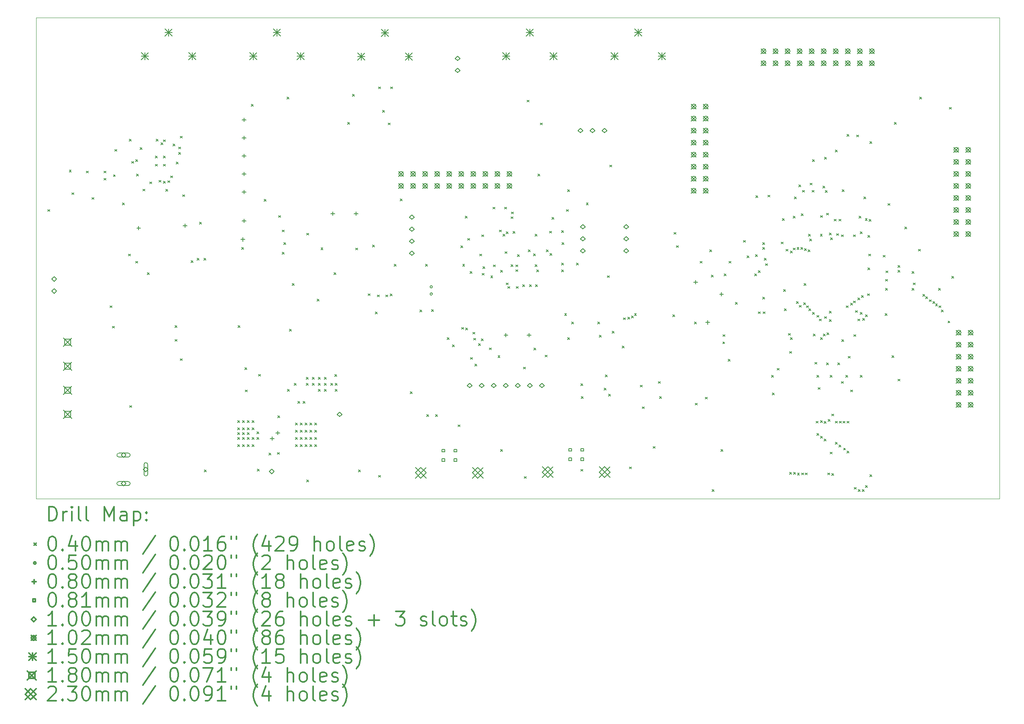
<source format=gbr>
%FSLAX45Y45*%
G04 Gerber Fmt 4.5, Leading zero omitted, Abs format (unit mm)*
G04 Created by KiCad (PCBNEW 4.0.7-e2-6376~58~ubuntu16.04.1) date Sat Mar 23 16:58:32 2019*
%MOMM*%
%LPD*%
G01*
G04 APERTURE LIST*
%ADD10C,0.127000*%
%ADD11C,0.100000*%
%ADD12C,0.200000*%
%ADD13C,0.300000*%
G04 APERTURE END LIST*
D10*
D11*
X25400000Y-5080000D02*
X25400000Y-15240000D01*
X5080000Y-15240000D02*
X5080000Y-5080000D01*
X25400000Y-15240000D02*
X5080000Y-15240000D01*
X5080000Y-5080000D02*
X25400000Y-5080000D01*
D12*
X5326700Y-9136700D02*
X5366700Y-9176700D01*
X5366700Y-9136700D02*
X5326700Y-9176700D01*
X5777156Y-8305244D02*
X5817156Y-8345244D01*
X5817156Y-8305244D02*
X5777156Y-8345244D01*
X5834700Y-8781100D02*
X5874700Y-8821100D01*
X5874700Y-8781100D02*
X5834700Y-8821100D01*
X6139500Y-8323900D02*
X6179500Y-8363900D01*
X6179500Y-8323900D02*
X6139500Y-8363900D01*
X6253800Y-8882700D02*
X6293800Y-8922700D01*
X6293800Y-8882700D02*
X6253800Y-8922700D01*
X6507800Y-8323900D02*
X6547800Y-8363900D01*
X6547800Y-8323900D02*
X6507800Y-8363900D01*
X6507800Y-8476300D02*
X6547800Y-8516300D01*
X6547800Y-8476300D02*
X6507800Y-8516300D01*
X6634800Y-11168700D02*
X6674800Y-11208700D01*
X6674800Y-11168700D02*
X6634800Y-11208700D01*
X6685600Y-11600500D02*
X6725600Y-11640500D01*
X6725600Y-11600500D02*
X6685600Y-11640500D01*
X6709201Y-8400100D02*
X6749201Y-8440100D01*
X6749201Y-8400100D02*
X6709201Y-8440100D01*
X6736400Y-7866700D02*
X6776400Y-7906700D01*
X6776400Y-7866700D02*
X6736400Y-7906700D01*
X6901500Y-8997000D02*
X6941500Y-9037000D01*
X6941500Y-8997000D02*
X6901500Y-9037000D01*
X7028500Y-10076500D02*
X7068500Y-10116500D01*
X7068500Y-10076500D02*
X7028500Y-10116500D01*
X7041200Y-7650800D02*
X7081200Y-7690800D01*
X7081200Y-7650800D02*
X7041200Y-7690800D01*
X7053900Y-13276900D02*
X7093900Y-13316900D01*
X7093900Y-13276900D02*
X7053900Y-13316900D01*
X7092000Y-8120700D02*
X7132000Y-8160700D01*
X7132000Y-8120700D02*
X7092000Y-8160700D01*
X7180900Y-8082600D02*
X7220900Y-8122600D01*
X7220900Y-8082600D02*
X7180900Y-8122600D01*
X7180900Y-10228900D02*
X7220900Y-10268900D01*
X7220900Y-10228900D02*
X7180900Y-10268900D01*
X7193600Y-8387401D02*
X7233600Y-8427401D01*
X7233600Y-8387401D02*
X7193600Y-8427401D01*
X7269800Y-7828600D02*
X7309800Y-7868600D01*
X7309800Y-7828600D02*
X7269800Y-7868600D01*
X7333299Y-8704900D02*
X7373299Y-8744900D01*
X7373299Y-8704900D02*
X7333299Y-8744900D01*
X7422200Y-10470200D02*
X7462200Y-10510200D01*
X7462200Y-10470200D02*
X7422200Y-10510200D01*
X7473000Y-8552500D02*
X7513000Y-8592500D01*
X7513000Y-8552500D02*
X7473000Y-8592500D01*
X7591250Y-8006250D02*
X7631250Y-8046250D01*
X7631250Y-8006250D02*
X7591250Y-8046250D01*
X7591250Y-8178750D02*
X7631250Y-8218750D01*
X7631250Y-8178750D02*
X7591250Y-8218750D01*
X7612700Y-7650800D02*
X7652700Y-7690800D01*
X7652700Y-7650800D02*
X7612700Y-7690800D01*
X7667195Y-8517585D02*
X7707195Y-8557585D01*
X7707195Y-8517585D02*
X7667195Y-8557585D01*
X7712667Y-7724478D02*
X7752667Y-7764478D01*
X7752667Y-7724478D02*
X7712667Y-7764478D01*
X7763750Y-8006250D02*
X7803750Y-8046250D01*
X7803750Y-8006250D02*
X7763750Y-8046250D01*
X7763750Y-8178750D02*
X7803750Y-8218750D01*
X7803750Y-8178750D02*
X7763750Y-8218750D01*
X7764159Y-7663251D02*
X7804159Y-7703251D01*
X7804159Y-7663251D02*
X7764159Y-7703251D01*
X7765100Y-8539800D02*
X7805100Y-8579800D01*
X7805100Y-8539800D02*
X7765100Y-8579800D01*
X7812189Y-8709802D02*
X7852189Y-8749802D01*
X7852189Y-8709802D02*
X7812189Y-8749802D01*
X7854000Y-8527100D02*
X7894000Y-8567100D01*
X7894000Y-8527100D02*
X7854000Y-8567100D01*
X7917500Y-8425500D02*
X7957500Y-8465500D01*
X7957500Y-8425500D02*
X7917500Y-8465500D01*
X7968300Y-7752400D02*
X8008300Y-7792400D01*
X8008300Y-7752400D02*
X7968300Y-7792400D01*
X8006400Y-11587800D02*
X8046400Y-11627800D01*
X8046400Y-11587800D02*
X8006400Y-11627800D01*
X8006400Y-11879900D02*
X8046400Y-11919900D01*
X8046400Y-11879900D02*
X8006400Y-11919900D01*
X8031800Y-8130001D02*
X8071800Y-8170001D01*
X8071800Y-8130001D02*
X8031800Y-8170001D01*
X8082599Y-7815900D02*
X8122599Y-7855900D01*
X8122599Y-7815900D02*
X8082599Y-7855900D01*
X8082600Y-7930200D02*
X8122600Y-7970200D01*
X8122600Y-7930200D02*
X8082600Y-7970200D01*
X8120700Y-7587300D02*
X8160700Y-7627300D01*
X8160700Y-7587300D02*
X8120700Y-7627300D01*
X8120700Y-12286300D02*
X8160700Y-12326300D01*
X8160700Y-12286300D02*
X8120700Y-12326300D01*
X8171500Y-8822162D02*
X8211500Y-8862162D01*
X8211500Y-8822162D02*
X8171500Y-8862162D01*
X8349300Y-10216200D02*
X8389300Y-10256200D01*
X8389300Y-10216200D02*
X8349300Y-10256200D01*
X8476300Y-10166400D02*
X8516300Y-10206400D01*
X8516300Y-10166400D02*
X8476300Y-10206400D01*
X8527100Y-9403400D02*
X8567100Y-9443400D01*
X8567100Y-9403400D02*
X8527100Y-9443400D01*
X8616000Y-10166400D02*
X8656000Y-10206400D01*
X8656000Y-10166400D02*
X8616000Y-10206400D01*
X8628700Y-14635800D02*
X8668700Y-14675800D01*
X8668700Y-14635800D02*
X8628700Y-14675800D01*
X9327200Y-13594400D02*
X9367200Y-13634400D01*
X9367200Y-13594400D02*
X9327200Y-13634400D01*
X9327200Y-13746800D02*
X9367200Y-13786800D01*
X9367200Y-13746800D02*
X9327200Y-13786800D01*
X9327200Y-13848400D02*
X9367200Y-13888400D01*
X9367200Y-13848400D02*
X9327200Y-13888400D01*
X9327200Y-13950000D02*
X9367200Y-13990000D01*
X9367200Y-13950000D02*
X9327200Y-13990000D01*
X9327200Y-14102400D02*
X9367200Y-14142400D01*
X9367200Y-14102400D02*
X9327200Y-14142400D01*
X9339900Y-11587800D02*
X9379900Y-11627800D01*
X9379900Y-11587800D02*
X9339900Y-11627800D01*
X9416100Y-9936800D02*
X9456100Y-9976800D01*
X9456100Y-9936800D02*
X9416100Y-9976800D01*
X9428800Y-13594400D02*
X9468800Y-13634400D01*
X9468800Y-13594400D02*
X9428800Y-13634400D01*
X9428800Y-13746800D02*
X9468800Y-13786800D01*
X9468800Y-13746800D02*
X9428800Y-13786800D01*
X9428800Y-13848400D02*
X9468800Y-13888400D01*
X9468800Y-13848400D02*
X9428800Y-13888400D01*
X9428800Y-13950000D02*
X9468800Y-13990000D01*
X9468800Y-13950000D02*
X9428800Y-13990000D01*
X9428800Y-14102400D02*
X9468800Y-14142400D01*
X9468800Y-14102400D02*
X9428800Y-14142400D01*
X9479600Y-12476800D02*
X9519600Y-12516800D01*
X9519600Y-12476800D02*
X9479600Y-12516800D01*
X9492300Y-12946700D02*
X9532300Y-12986700D01*
X9532300Y-12946700D02*
X9492300Y-12986700D01*
X9530400Y-13594400D02*
X9570400Y-13634400D01*
X9570400Y-13594400D02*
X9530400Y-13634400D01*
X9530400Y-13746800D02*
X9570400Y-13786800D01*
X9570400Y-13746800D02*
X9530400Y-13786800D01*
X9530400Y-13848400D02*
X9570400Y-13888400D01*
X9570400Y-13848400D02*
X9530400Y-13888400D01*
X9530400Y-13950000D02*
X9570400Y-13990000D01*
X9570400Y-13950000D02*
X9530400Y-13990000D01*
X9530400Y-14102400D02*
X9570400Y-14142400D01*
X9570400Y-14102400D02*
X9530400Y-14142400D01*
X9619300Y-6914200D02*
X9659300Y-6954200D01*
X9659300Y-6914200D02*
X9619300Y-6954200D01*
X9632000Y-13594400D02*
X9672000Y-13634400D01*
X9672000Y-13594400D02*
X9632000Y-13634400D01*
X9632000Y-13746800D02*
X9672000Y-13786800D01*
X9672000Y-13746800D02*
X9632000Y-13786800D01*
X9632000Y-13950000D02*
X9672000Y-13990000D01*
X9672000Y-13950000D02*
X9632000Y-13990000D01*
X9632000Y-14102400D02*
X9672000Y-14142400D01*
X9672000Y-14102400D02*
X9632000Y-14142400D01*
X9733600Y-13832500D02*
X9773600Y-13872500D01*
X9773600Y-13832500D02*
X9733600Y-13872500D01*
X9733600Y-13950000D02*
X9773600Y-13990000D01*
X9773600Y-13950000D02*
X9733600Y-13990000D01*
X9746300Y-14619900D02*
X9786300Y-14659900D01*
X9786300Y-14619900D02*
X9746300Y-14659900D01*
X9771700Y-12616500D02*
X9811700Y-12656500D01*
X9811700Y-12616500D02*
X9771700Y-12656500D01*
X9886071Y-8920359D02*
X9926071Y-8960359D01*
X9926071Y-8920359D02*
X9886071Y-8960359D01*
X9987600Y-14280200D02*
X10027600Y-14320200D01*
X10027600Y-14280200D02*
X9987600Y-14320200D01*
X10165400Y-14267500D02*
X10205400Y-14307500D01*
X10205400Y-14267500D02*
X10165400Y-14307500D01*
X10178100Y-13492800D02*
X10218100Y-13532800D01*
X10218100Y-13492800D02*
X10178100Y-13532800D01*
X10190800Y-9263700D02*
X10230800Y-9303700D01*
X10230800Y-9263700D02*
X10190800Y-9303700D01*
X10267000Y-9568500D02*
X10307000Y-9608500D01*
X10307000Y-9568500D02*
X10267000Y-9608500D01*
X10267000Y-10038400D02*
X10307000Y-10078400D01*
X10307000Y-10038400D02*
X10267000Y-10078400D01*
X10305100Y-9835200D02*
X10345100Y-9875200D01*
X10345100Y-9835200D02*
X10305100Y-9875200D01*
X10368600Y-6761800D02*
X10408600Y-6801800D01*
X10408600Y-6761800D02*
X10368600Y-6801800D01*
X10381300Y-12934000D02*
X10421300Y-12974000D01*
X10421300Y-12934000D02*
X10381300Y-12974000D01*
X10419400Y-11664000D02*
X10459400Y-11704000D01*
X10459400Y-11664000D02*
X10419400Y-11704000D01*
X10482900Y-10698800D02*
X10522900Y-10738800D01*
X10522900Y-10698800D02*
X10482900Y-10738800D01*
X10521000Y-12807000D02*
X10561000Y-12847000D01*
X10561000Y-12807000D02*
X10521000Y-12847000D01*
X10546400Y-13645200D02*
X10586400Y-13685200D01*
X10586400Y-13645200D02*
X10546400Y-13685200D01*
X10546400Y-13797600D02*
X10586400Y-13837600D01*
X10586400Y-13797600D02*
X10546400Y-13837600D01*
X10546400Y-13950000D02*
X10586400Y-13990000D01*
X10586400Y-13950000D02*
X10546400Y-13990000D01*
X10546400Y-14102400D02*
X10586400Y-14142400D01*
X10586400Y-14102400D02*
X10546400Y-14142400D01*
X10597200Y-13188000D02*
X10637200Y-13228000D01*
X10637200Y-13188000D02*
X10597200Y-13228000D01*
X10648000Y-13645200D02*
X10688000Y-13685200D01*
X10688000Y-13645200D02*
X10648000Y-13685200D01*
X10648000Y-13797600D02*
X10688000Y-13837600D01*
X10688000Y-13797600D02*
X10648000Y-13837600D01*
X10648000Y-13950000D02*
X10688000Y-13990000D01*
X10688000Y-13950000D02*
X10648000Y-13990000D01*
X10648000Y-14102400D02*
X10688000Y-14142400D01*
X10688000Y-14102400D02*
X10648000Y-14142400D01*
X10711500Y-13188000D02*
X10751500Y-13228000D01*
X10751500Y-13188000D02*
X10711500Y-13228000D01*
X10749600Y-13645200D02*
X10789600Y-13685200D01*
X10789600Y-13645200D02*
X10749600Y-13685200D01*
X10749600Y-13797600D02*
X10789600Y-13837600D01*
X10789600Y-13797600D02*
X10749600Y-13837600D01*
X10749600Y-13950000D02*
X10789600Y-13990000D01*
X10789600Y-13950000D02*
X10749600Y-13990000D01*
X10749600Y-14102400D02*
X10789600Y-14142400D01*
X10789600Y-14102400D02*
X10749600Y-14142400D01*
X10775000Y-12680000D02*
X10815000Y-12720000D01*
X10815000Y-12680000D02*
X10775000Y-12720000D01*
X10775000Y-12807000D02*
X10815000Y-12847000D01*
X10815000Y-12807000D02*
X10775000Y-12847000D01*
X10784956Y-9634744D02*
X10824956Y-9674744D01*
X10824956Y-9634744D02*
X10784956Y-9674744D01*
X10787700Y-14847000D02*
X10827700Y-14887000D01*
X10827700Y-14847000D02*
X10787700Y-14887000D01*
X10851200Y-13645200D02*
X10891200Y-13685200D01*
X10891200Y-13645200D02*
X10851200Y-13685200D01*
X10851200Y-13797600D02*
X10891200Y-13837600D01*
X10891200Y-13797600D02*
X10851200Y-13837600D01*
X10851200Y-13950000D02*
X10891200Y-13990000D01*
X10891200Y-13950000D02*
X10851200Y-13990000D01*
X10851200Y-14102400D02*
X10891200Y-14142400D01*
X10891200Y-14102400D02*
X10851200Y-14142400D01*
X10902000Y-12680000D02*
X10942000Y-12720000D01*
X10942000Y-12680000D02*
X10902000Y-12720000D01*
X10902000Y-12807000D02*
X10942000Y-12847000D01*
X10942000Y-12807000D02*
X10902000Y-12847000D01*
X10952800Y-13645200D02*
X10992800Y-13685200D01*
X10992800Y-13645200D02*
X10952800Y-13685200D01*
X10952800Y-13797600D02*
X10992800Y-13837600D01*
X10992800Y-13797600D02*
X10952800Y-13837600D01*
X10952800Y-13950000D02*
X10992800Y-13990000D01*
X10992800Y-13950000D02*
X10952800Y-13990000D01*
X10952800Y-14102400D02*
X10992800Y-14142400D01*
X10992800Y-14102400D02*
X10952800Y-14142400D01*
X11003600Y-11029000D02*
X11043600Y-11069000D01*
X11043600Y-11029000D02*
X11003600Y-11069000D01*
X11029000Y-12680000D02*
X11069000Y-12720000D01*
X11069000Y-12680000D02*
X11029000Y-12720000D01*
X11029000Y-12807000D02*
X11069000Y-12847000D01*
X11069000Y-12807000D02*
X11029000Y-12847000D01*
X11029000Y-12934000D02*
X11069000Y-12974000D01*
X11069000Y-12934000D02*
X11029000Y-12974000D01*
X11085894Y-9943406D02*
X11125894Y-9983406D01*
X11125894Y-9943406D02*
X11085894Y-9983406D01*
X11156000Y-12680000D02*
X11196000Y-12720000D01*
X11196000Y-12680000D02*
X11156000Y-12720000D01*
X11156000Y-12807000D02*
X11196000Y-12847000D01*
X11196000Y-12807000D02*
X11156000Y-12847000D01*
X11156000Y-12934000D02*
X11196000Y-12974000D01*
X11196000Y-12934000D02*
X11156000Y-12974000D01*
X11295700Y-12807000D02*
X11335700Y-12847000D01*
X11335700Y-12807000D02*
X11295700Y-12847000D01*
X11359200Y-10470200D02*
X11399200Y-10510200D01*
X11399200Y-10470200D02*
X11359200Y-10510200D01*
X11378801Y-12622299D02*
X11418801Y-12662299D01*
X11418801Y-12622299D02*
X11378801Y-12662299D01*
X11384600Y-12807000D02*
X11424600Y-12847000D01*
X11424600Y-12807000D02*
X11384600Y-12847000D01*
X11384600Y-12934000D02*
X11424600Y-12974000D01*
X11424600Y-12934000D02*
X11384600Y-12974000D01*
X11651300Y-7295200D02*
X11691300Y-7335200D01*
X11691300Y-7295200D02*
X11651300Y-7335200D01*
X11752900Y-6699300D02*
X11792900Y-6739300D01*
X11792900Y-6699300D02*
X11752900Y-6739300D01*
X11816400Y-9949500D02*
X11856400Y-9989500D01*
X11856400Y-9949500D02*
X11816400Y-9989500D01*
X11879900Y-14635800D02*
X11919900Y-14675800D01*
X11919900Y-14635800D02*
X11879900Y-14675800D01*
X12083100Y-10914700D02*
X12123100Y-10954700D01*
X12123100Y-10914700D02*
X12083100Y-10954700D01*
X12172000Y-9886000D02*
X12212000Y-9926000D01*
X12212000Y-9886000D02*
X12172000Y-9926000D01*
X12235500Y-11297587D02*
X12275500Y-11337587D01*
X12275500Y-11297587D02*
X12235500Y-11337587D01*
X12273600Y-10939100D02*
X12313600Y-10979100D01*
X12313600Y-10939100D02*
X12273600Y-10979100D01*
X12299000Y-6545900D02*
X12339000Y-6585900D01*
X12339000Y-6545900D02*
X12299000Y-6585900D01*
X12299000Y-14750100D02*
X12339000Y-14790100D01*
X12339000Y-14750100D02*
X12299000Y-14790100D01*
X12387900Y-7041200D02*
X12427900Y-7081200D01*
X12427900Y-7041200D02*
X12387900Y-7081200D01*
X12451400Y-10939100D02*
X12491400Y-10979100D01*
X12491400Y-10939100D02*
X12451400Y-10979100D01*
X12502200Y-7307900D02*
X12542200Y-7347900D01*
X12542200Y-7307900D02*
X12502200Y-7347900D01*
X12546905Y-10920795D02*
X12586905Y-10960795D01*
X12586905Y-10920795D02*
X12546905Y-10960795D01*
X12553000Y-6545900D02*
X12593000Y-6585900D01*
X12593000Y-6545900D02*
X12553000Y-6585900D01*
X12629200Y-10292400D02*
X12669200Y-10332400D01*
X12669200Y-10292400D02*
X12629200Y-10332400D01*
X12756200Y-8914900D02*
X12796200Y-8954900D01*
X12796200Y-8914900D02*
X12756200Y-8954900D01*
X12972100Y-12984800D02*
X13012100Y-13024800D01*
X13012100Y-12984800D02*
X12972100Y-13024800D01*
X13175300Y-11257600D02*
X13215300Y-11297600D01*
X13215300Y-11257600D02*
X13175300Y-11297600D01*
X13289600Y-10292400D02*
X13329600Y-10332400D01*
X13329600Y-10292400D02*
X13289600Y-10332400D01*
X13315000Y-13467400D02*
X13355000Y-13507400D01*
X13355000Y-13467400D02*
X13315000Y-13507400D01*
X13420934Y-11248865D02*
X13460934Y-11288865D01*
X13460934Y-11248865D02*
X13420934Y-11288865D01*
X13505500Y-13467400D02*
X13545500Y-13507400D01*
X13545500Y-13467400D02*
X13505500Y-13507400D01*
X13747113Y-11843242D02*
X13787113Y-11883242D01*
X13787113Y-11843242D02*
X13747113Y-11883242D01*
X13861100Y-11994200D02*
X13901100Y-12034200D01*
X13901100Y-11994200D02*
X13861100Y-12034200D01*
X13975400Y-13683300D02*
X14015400Y-13723300D01*
X14015400Y-13683300D02*
X13975400Y-13723300D01*
X14033811Y-9899699D02*
X14073811Y-9939699D01*
X14073811Y-9899699D02*
X14033811Y-9939699D01*
X14052221Y-11626521D02*
X14092221Y-11666521D01*
X14092221Y-11626521D02*
X14052221Y-11666521D01*
X14074877Y-10289650D02*
X14114877Y-10329650D01*
X14114877Y-10289650D02*
X14074877Y-10329650D01*
X14127800Y-9276400D02*
X14167800Y-9316400D01*
X14167800Y-9276400D02*
X14127800Y-9316400D01*
X14140500Y-11638600D02*
X14180500Y-11678600D01*
X14180500Y-11638600D02*
X14140500Y-11678600D01*
X14178600Y-9746300D02*
X14218600Y-9786300D01*
X14218600Y-9746300D02*
X14178600Y-9786300D01*
X14229400Y-10444800D02*
X14269400Y-10484800D01*
X14269400Y-10444800D02*
X14229400Y-10484800D01*
X14242100Y-12260900D02*
X14282100Y-12300900D01*
X14282100Y-12260900D02*
X14242100Y-12300900D01*
X14292900Y-11727500D02*
X14332900Y-11767500D01*
X14332900Y-11727500D02*
X14292900Y-11767500D01*
X14305600Y-11854500D02*
X14345600Y-11894500D01*
X14345600Y-11854500D02*
X14305600Y-11894500D01*
X14331000Y-12400600D02*
X14371000Y-12440600D01*
X14371000Y-12400600D02*
X14331000Y-12440600D01*
X14407200Y-11968800D02*
X14447200Y-12008800D01*
X14447200Y-11968800D02*
X14407200Y-12008800D01*
X14432600Y-10076500D02*
X14472600Y-10116500D01*
X14472600Y-10076500D02*
X14432600Y-10116500D01*
X14470700Y-11867200D02*
X14510700Y-11907200D01*
X14510700Y-11867200D02*
X14470700Y-11907200D01*
X14478025Y-9670277D02*
X14518025Y-9710277D01*
X14518025Y-9670277D02*
X14478025Y-9710277D01*
X14483400Y-10482900D02*
X14523400Y-10522900D01*
X14523400Y-10482900D02*
X14483400Y-10522900D01*
X14502992Y-10344200D02*
X14542992Y-10384200D01*
X14542992Y-10344200D02*
X14502992Y-10384200D01*
X14635800Y-12057700D02*
X14675800Y-12097700D01*
X14675800Y-12057700D02*
X14635800Y-12097700D01*
X14667805Y-10540305D02*
X14707805Y-10580305D01*
X14707805Y-10540305D02*
X14667805Y-10580305D01*
X14712000Y-9085900D02*
X14752000Y-9125900D01*
X14752000Y-9085900D02*
X14712000Y-9125900D01*
X14724700Y-10305100D02*
X14764700Y-10345100D01*
X14764700Y-10305100D02*
X14724700Y-10345100D01*
X14819399Y-12222800D02*
X14859399Y-12262800D01*
X14859399Y-12222800D02*
X14819399Y-12262800D01*
X14851700Y-9568500D02*
X14891700Y-9608500D01*
X14891700Y-9568500D02*
X14851700Y-9608500D01*
X14877100Y-10419400D02*
X14917100Y-10459400D01*
X14917100Y-10419400D02*
X14877100Y-10459400D01*
X14877100Y-14204000D02*
X14917100Y-14244000D01*
X14917100Y-14204000D02*
X14877100Y-14244000D01*
X14927900Y-9657400D02*
X14967900Y-9697400D01*
X14967900Y-9657400D02*
X14927900Y-9697400D01*
X14962000Y-9085900D02*
X15002000Y-9125900D01*
X15002000Y-9085900D02*
X14962000Y-9125900D01*
X14966000Y-10025700D02*
X15006000Y-10065700D01*
X15006000Y-10025700D02*
X14966000Y-10065700D01*
X14991400Y-9606600D02*
X15031400Y-9646600D01*
X15031400Y-9606600D02*
X14991400Y-9646600D01*
X14991400Y-10686100D02*
X15031400Y-10726100D01*
X15031400Y-10686100D02*
X14991400Y-10726100D01*
X15029500Y-10762300D02*
X15069500Y-10802300D01*
X15069500Y-10762300D02*
X15029500Y-10802300D01*
X15093000Y-9289100D02*
X15133000Y-9329100D01*
X15133000Y-9289100D02*
X15093000Y-9329100D01*
X15093000Y-10303501D02*
X15133000Y-10343501D01*
X15133000Y-10303501D02*
X15093000Y-10343501D01*
X15105700Y-9187500D02*
X15145700Y-9227500D01*
X15145700Y-9187500D02*
X15105700Y-9227500D01*
X15137706Y-9599994D02*
X15177706Y-9639994D01*
X15177706Y-9599994D02*
X15137706Y-9639994D01*
X15194600Y-10305100D02*
X15234600Y-10345100D01*
X15234600Y-10305100D02*
X15194600Y-10345100D01*
X15194600Y-10406700D02*
X15234600Y-10446700D01*
X15234600Y-10406700D02*
X15194600Y-10446700D01*
X15207300Y-10762300D02*
X15247300Y-10802300D01*
X15247300Y-10762300D02*
X15207300Y-10802300D01*
X15232700Y-10089200D02*
X15272700Y-10129200D01*
X15272700Y-10089200D02*
X15232700Y-10129200D01*
X15341633Y-10725200D02*
X15381633Y-10765200D01*
X15381633Y-10725200D02*
X15341633Y-10765200D01*
X15359700Y-12464100D02*
X15399700Y-12504100D01*
X15399700Y-12464100D02*
X15359700Y-12504100D01*
X15372400Y-14775500D02*
X15412400Y-14815500D01*
X15412400Y-14775500D02*
X15372400Y-14815500D01*
X15435900Y-6825300D02*
X15475900Y-6865300D01*
X15475900Y-6825300D02*
X15435900Y-6865300D01*
X15461300Y-9987600D02*
X15501300Y-10027600D01*
X15501300Y-9987600D02*
X15461300Y-10027600D01*
X15486700Y-10724200D02*
X15526700Y-10764200D01*
X15526700Y-10724200D02*
X15486700Y-10764200D01*
X15567428Y-10074301D02*
X15607428Y-10114301D01*
X15607428Y-10074301D02*
X15567428Y-10114301D01*
X15575600Y-12058699D02*
X15615600Y-12098699D01*
X15615600Y-12058699D02*
X15575600Y-12098699D01*
X15601000Y-9657400D02*
X15641000Y-9697400D01*
X15641000Y-9657400D02*
X15601000Y-9697400D01*
X15602616Y-10303320D02*
X15642616Y-10343320D01*
X15642616Y-10303320D02*
X15602616Y-10343320D01*
X15611701Y-10724200D02*
X15651701Y-10764200D01*
X15651701Y-10724200D02*
X15611701Y-10764200D01*
X15639100Y-10412600D02*
X15679100Y-10452600D01*
X15679100Y-10412600D02*
X15639100Y-10452600D01*
X15664500Y-8387400D02*
X15704500Y-8427400D01*
X15704500Y-8387400D02*
X15664500Y-8427400D01*
X15715300Y-7307900D02*
X15755300Y-7347900D01*
X15755300Y-7307900D02*
X15715300Y-7347900D01*
X15813300Y-12210100D02*
X15853300Y-12250100D01*
X15853300Y-12210100D02*
X15813300Y-12250100D01*
X15842300Y-9984500D02*
X15882300Y-10024500D01*
X15882300Y-9984500D02*
X15842300Y-10024500D01*
X15905800Y-9593900D02*
X15945800Y-9633900D01*
X15945800Y-9593900D02*
X15905800Y-9633900D01*
X15918500Y-10063800D02*
X15958500Y-10103800D01*
X15958500Y-10063800D02*
X15918500Y-10103800D01*
X15956600Y-9301800D02*
X15996600Y-9341800D01*
X15996600Y-9301800D02*
X15956600Y-9341800D01*
X16159800Y-9581200D02*
X16199800Y-9621200D01*
X16199800Y-9581200D02*
X16159800Y-9621200D01*
X16159800Y-10266999D02*
X16199800Y-10306999D01*
X16199800Y-10266999D02*
X16159800Y-10306999D01*
X16159800Y-10412600D02*
X16199800Y-10452600D01*
X16199800Y-10412600D02*
X16159800Y-10452600D01*
X16172500Y-9835200D02*
X16212500Y-9875200D01*
X16212500Y-9835200D02*
X16172500Y-9875200D01*
X16224150Y-11334650D02*
X16264150Y-11374650D01*
X16264150Y-11334650D02*
X16224150Y-11374650D01*
X16261400Y-9136700D02*
X16301400Y-9176700D01*
X16301400Y-9136700D02*
X16261400Y-9176700D01*
X16286800Y-8717600D02*
X16326800Y-8757600D01*
X16326800Y-8717600D02*
X16286800Y-8757600D01*
X16286800Y-11841800D02*
X16326800Y-11881800D01*
X16326800Y-11841800D02*
X16286800Y-11881800D01*
X16375700Y-11511600D02*
X16415700Y-11551600D01*
X16415700Y-11511600D02*
X16375700Y-11551600D01*
X16477229Y-10266400D02*
X16517229Y-10306400D01*
X16517229Y-10266400D02*
X16477229Y-10306400D01*
X16566200Y-12816400D02*
X16606200Y-12856400D01*
X16606200Y-12816400D02*
X16566200Y-12856400D01*
X16566200Y-14623100D02*
X16606200Y-14663100D01*
X16606200Y-14623100D02*
X16566200Y-14663100D01*
X16578900Y-13086400D02*
X16618900Y-13126400D01*
X16618900Y-13086400D02*
X16578900Y-13126400D01*
X16682100Y-8997000D02*
X16722100Y-9037000D01*
X16722100Y-8997000D02*
X16682100Y-9037000D01*
X16921800Y-11511600D02*
X16961800Y-11551600D01*
X16961800Y-11511600D02*
X16921800Y-11551600D01*
X16959900Y-11791000D02*
X16999900Y-11831000D01*
X16999900Y-11791000D02*
X16959900Y-11831000D01*
X17061500Y-12908600D02*
X17101500Y-12948600D01*
X17101500Y-12908600D02*
X17061500Y-12948600D01*
X17086900Y-12629200D02*
X17126900Y-12669200D01*
X17126900Y-12629200D02*
X17086900Y-12669200D01*
X17125000Y-10533700D02*
X17165000Y-10573700D01*
X17165000Y-10533700D02*
X17125000Y-10573700D01*
X17150400Y-13035600D02*
X17190400Y-13075600D01*
X17190400Y-13035600D02*
X17150400Y-13075600D01*
X17175800Y-8196900D02*
X17215800Y-8236900D01*
X17215800Y-8196900D02*
X17175800Y-8236900D01*
X17228200Y-11707700D02*
X17268200Y-11747700D01*
X17268200Y-11707700D02*
X17228200Y-11747700D01*
X17442500Y-12019600D02*
X17482500Y-12059600D01*
X17482500Y-12019600D02*
X17442500Y-12059600D01*
X17467900Y-11422700D02*
X17507900Y-11462700D01*
X17507900Y-11422700D02*
X17467900Y-11462700D01*
X17556800Y-11410000D02*
X17596800Y-11450000D01*
X17596800Y-11410000D02*
X17556800Y-11450000D01*
X17594900Y-14572300D02*
X17634900Y-14612300D01*
X17634900Y-14572300D02*
X17594900Y-14612300D01*
X17632574Y-11381440D02*
X17672574Y-11421440D01*
X17672574Y-11381440D02*
X17632574Y-11421440D01*
X17697288Y-11334406D02*
X17737288Y-11374406D01*
X17737288Y-11334406D02*
X17697288Y-11374406D01*
X17823500Y-12845100D02*
X17863500Y-12885100D01*
X17863500Y-12845100D02*
X17823500Y-12885100D01*
X17861600Y-13302300D02*
X17901600Y-13342300D01*
X17901600Y-13302300D02*
X17861600Y-13342300D01*
X18090200Y-14140500D02*
X18130200Y-14180500D01*
X18130200Y-14140500D02*
X18090200Y-14180500D01*
X18204500Y-12768900D02*
X18244500Y-12808900D01*
X18244500Y-12768900D02*
X18204500Y-12808900D01*
X18229900Y-13086400D02*
X18269900Y-13126400D01*
X18269900Y-13086400D02*
X18229900Y-13126400D01*
X18509300Y-11359200D02*
X18549300Y-11399200D01*
X18549300Y-11359200D02*
X18509300Y-11399200D01*
X18534700Y-9619300D02*
X18574700Y-9659300D01*
X18574700Y-9619300D02*
X18534700Y-9659300D01*
X18585500Y-9898700D02*
X18625500Y-9938700D01*
X18625500Y-9898700D02*
X18585500Y-9938700D01*
X18966500Y-11511600D02*
X19006500Y-11551600D01*
X19006500Y-11511600D02*
X18966500Y-11551600D01*
X18979200Y-13226100D02*
X19019200Y-13266100D01*
X19019200Y-13226100D02*
X18979200Y-13266100D01*
X19080800Y-10228900D02*
X19120800Y-10268900D01*
X19120800Y-10228900D02*
X19080800Y-10268900D01*
X19195100Y-13099100D02*
X19235100Y-13139100D01*
X19235100Y-13099100D02*
X19195100Y-13139100D01*
X19284001Y-9987600D02*
X19324001Y-10027600D01*
X19324001Y-9987600D02*
X19284001Y-10027600D01*
X19322100Y-10521000D02*
X19362100Y-10561000D01*
X19362100Y-10521000D02*
X19322100Y-10561000D01*
X19334800Y-15048998D02*
X19374800Y-15088998D01*
X19374800Y-15048998D02*
X19334800Y-15088998D01*
X19525300Y-14204000D02*
X19565300Y-14244000D01*
X19565300Y-14204000D02*
X19525300Y-14244000D01*
X19560026Y-11930700D02*
X19600026Y-11970700D01*
X19600026Y-11930700D02*
X19560026Y-11970700D01*
X19563400Y-11778300D02*
X19603400Y-11818300D01*
X19603400Y-11778300D02*
X19563400Y-11818300D01*
X19588800Y-10495600D02*
X19628800Y-10535600D01*
X19628800Y-10495600D02*
X19588800Y-10535600D01*
X19677700Y-12299000D02*
X19717700Y-12339000D01*
X19717700Y-12299000D02*
X19677700Y-12339000D01*
X19690400Y-10228900D02*
X19730400Y-10268900D01*
X19730400Y-10228900D02*
X19690400Y-10268900D01*
X19826458Y-11095632D02*
X19866458Y-11135632D01*
X19866458Y-11095632D02*
X19826458Y-11135632D01*
X19999200Y-9788400D02*
X20039200Y-9828400D01*
X20039200Y-9788400D02*
X19999200Y-9828400D01*
X20071400Y-10114600D02*
X20111400Y-10154600D01*
X20111400Y-10114600D02*
X20071400Y-10154600D01*
X20236500Y-10495600D02*
X20276500Y-10535600D01*
X20276500Y-10495600D02*
X20236500Y-10535600D01*
X20249200Y-10089200D02*
X20289200Y-10129200D01*
X20289200Y-10089200D02*
X20249200Y-10129200D01*
X20261900Y-8844600D02*
X20301900Y-8884600D01*
X20301900Y-8844600D02*
X20261900Y-8884600D01*
X20307700Y-10427100D02*
X20347700Y-10467100D01*
X20347700Y-10427100D02*
X20307700Y-10467100D01*
X20312700Y-11295700D02*
X20352700Y-11335700D01*
X20352700Y-11295700D02*
X20312700Y-11335700D01*
X20401600Y-9835200D02*
X20441600Y-9875200D01*
X20441600Y-9835200D02*
X20401600Y-9875200D01*
X20401600Y-9936800D02*
X20441600Y-9976800D01*
X20441600Y-9936800D02*
X20401600Y-9976800D01*
X20401600Y-10987101D02*
X20441600Y-11027101D01*
X20441600Y-10987101D02*
X20401600Y-11027101D01*
X20414300Y-11295700D02*
X20454300Y-11335700D01*
X20454300Y-11295700D02*
X20414300Y-11335700D01*
X20439700Y-10165400D02*
X20479700Y-10205400D01*
X20479700Y-10165400D02*
X20439700Y-10205400D01*
X20465100Y-10279700D02*
X20505100Y-10319700D01*
X20505100Y-10279700D02*
X20465100Y-10319700D01*
X20515900Y-8831900D02*
X20555900Y-8871900D01*
X20555900Y-8831900D02*
X20515900Y-8871900D01*
X20592100Y-12634501D02*
X20632100Y-12674501D01*
X20632100Y-12634501D02*
X20592100Y-12674501D01*
X20604800Y-13010200D02*
X20644800Y-13050200D01*
X20644800Y-13010200D02*
X20604800Y-13050200D01*
X20706400Y-12489500D02*
X20746400Y-12529500D01*
X20746400Y-12489500D02*
X20706400Y-12529500D01*
X20795132Y-9822668D02*
X20835132Y-9862668D01*
X20835132Y-9822668D02*
X20795132Y-9862668D01*
X20820700Y-9327200D02*
X20860700Y-9367200D01*
X20860700Y-9327200D02*
X20820700Y-9367200D01*
X20846100Y-10825800D02*
X20886100Y-10865800D01*
X20886100Y-10825800D02*
X20846100Y-10865800D01*
X20858800Y-11232200D02*
X20898800Y-11272200D01*
X20898800Y-11232200D02*
X20858800Y-11272200D01*
X20896900Y-9974900D02*
X20936900Y-10014900D01*
X20936900Y-9974900D02*
X20896900Y-10014900D01*
X20947955Y-11753155D02*
X20987955Y-11793155D01*
X20987955Y-11753155D02*
X20947955Y-11793155D01*
X20972101Y-12133900D02*
X21012101Y-12173900D01*
X21012101Y-12133900D02*
X20972101Y-12173900D01*
X20973100Y-14686600D02*
X21013100Y-14726600D01*
X21013100Y-14686600D02*
X20973100Y-14726600D01*
X20985800Y-10013000D02*
X21025800Y-10053000D01*
X21025800Y-10013000D02*
X20985800Y-10053000D01*
X20985800Y-11841800D02*
X21025800Y-11881800D01*
X21025800Y-11841800D02*
X20985800Y-11881800D01*
X21044398Y-9273849D02*
X21084398Y-9313849D01*
X21084398Y-9273849D02*
X21044398Y-9313849D01*
X21049300Y-9949500D02*
X21089300Y-9989500D01*
X21089300Y-9949500D02*
X21049300Y-9989500D01*
X21057263Y-14685372D02*
X21097263Y-14725372D01*
X21097263Y-14685372D02*
X21057263Y-14725372D01*
X21074700Y-8870000D02*
X21114700Y-8910000D01*
X21114700Y-8870000D02*
X21074700Y-8910000D01*
X21112800Y-11079800D02*
X21152800Y-11119800D01*
X21152800Y-11079800D02*
X21112800Y-11119800D01*
X21128212Y-9936348D02*
X21168212Y-9976348D01*
X21168212Y-9936348D02*
X21128212Y-9976348D01*
X21134651Y-14705649D02*
X21174651Y-14745649D01*
X21174651Y-14705649D02*
X21134651Y-14745649D01*
X21163600Y-8616000D02*
X21203600Y-8656000D01*
X21203600Y-8616000D02*
X21163600Y-8656000D01*
X21173097Y-11159750D02*
X21213097Y-11199750D01*
X21213097Y-11159750D02*
X21173097Y-11199750D01*
X21208210Y-9936840D02*
X21248210Y-9976840D01*
X21248210Y-9936840D02*
X21208210Y-9976840D01*
X21214400Y-9225599D02*
X21254400Y-9265599D01*
X21254400Y-9225599D02*
X21214400Y-9265599D01*
X21223300Y-14698842D02*
X21263300Y-14738842D01*
X21263300Y-14698842D02*
X21223300Y-14738842D01*
X21239800Y-8730300D02*
X21279800Y-8770300D01*
X21279800Y-8730300D02*
X21239800Y-8770300D01*
X21265200Y-11105200D02*
X21305200Y-11145200D01*
X21305200Y-11105200D02*
X21265200Y-11145200D01*
X21277900Y-10698800D02*
X21317900Y-10738800D01*
X21317900Y-10698800D02*
X21277900Y-10738800D01*
X21283388Y-9964197D02*
X21323388Y-10004197D01*
X21323388Y-9964197D02*
X21283388Y-10004197D01*
X21303300Y-14699301D02*
X21343300Y-14739301D01*
X21343300Y-14699301D02*
X21303300Y-14739301D01*
X21328700Y-11168700D02*
X21368700Y-11208700D01*
X21368700Y-11168700D02*
X21328700Y-11208700D01*
X21359336Y-9989333D02*
X21399336Y-10029333D01*
X21399336Y-9989333D02*
X21359336Y-10029333D01*
X21366800Y-9657400D02*
X21406800Y-9697400D01*
X21406800Y-9657400D02*
X21366800Y-9697400D01*
X21379500Y-11232200D02*
X21419500Y-11272200D01*
X21419500Y-11232200D02*
X21379500Y-11272200D01*
X21392200Y-9759000D02*
X21432200Y-9799000D01*
X21432200Y-9759000D02*
X21392200Y-9799000D01*
X21404900Y-8577900D02*
X21444900Y-8617900D01*
X21444900Y-8577900D02*
X21404900Y-8617900D01*
X21443000Y-8730300D02*
X21483000Y-8770300D01*
X21483000Y-8730300D02*
X21443000Y-8770300D01*
X21455700Y-8082600D02*
X21495700Y-8122600D01*
X21495700Y-8082600D02*
X21455700Y-8122600D01*
X21455700Y-11308400D02*
X21495700Y-11348400D01*
X21495700Y-11308400D02*
X21455700Y-11348400D01*
X21468400Y-11765600D02*
X21508400Y-11805600D01*
X21508400Y-11765600D02*
X21468400Y-11805600D01*
X21506500Y-12362500D02*
X21546500Y-12402500D01*
X21546500Y-12362500D02*
X21506500Y-12402500D01*
X21531900Y-13607100D02*
X21571900Y-13647100D01*
X21571900Y-13607100D02*
X21531900Y-13647100D01*
X21544600Y-11371900D02*
X21584600Y-11411900D01*
X21584600Y-11371900D02*
X21544600Y-11411900D01*
X21544600Y-12634501D02*
X21584600Y-12674501D01*
X21584600Y-12634501D02*
X21544600Y-12674501D01*
X21544600Y-13865900D02*
X21584600Y-13905900D01*
X21584600Y-13865900D02*
X21544600Y-13905900D01*
X21570000Y-12895900D02*
X21610000Y-12935900D01*
X21610000Y-12895900D02*
X21570000Y-12935900D01*
X21595400Y-11448100D02*
X21635400Y-11488100D01*
X21635400Y-11448100D02*
X21595400Y-11488100D01*
X21617600Y-9654200D02*
X21657600Y-9694200D01*
X21657600Y-9654200D02*
X21617600Y-9694200D01*
X21620800Y-11841800D02*
X21660800Y-11881800D01*
X21660800Y-11841800D02*
X21620800Y-11881800D01*
X21620800Y-13594400D02*
X21660800Y-13634400D01*
X21660800Y-13594400D02*
X21620800Y-13634400D01*
X21620800Y-13923600D02*
X21660800Y-13963600D01*
X21660800Y-13923600D02*
X21620800Y-13963600D01*
X21625102Y-9263700D02*
X21665102Y-9303700D01*
X21665102Y-9263700D02*
X21625102Y-9303700D01*
X21671600Y-8641400D02*
X21711600Y-8681400D01*
X21711600Y-8641400D02*
X21671600Y-8681400D01*
X21680100Y-11765600D02*
X21720100Y-11805600D01*
X21720100Y-11765600D02*
X21680100Y-11805600D01*
X21699000Y-13986100D02*
X21739000Y-14026100D01*
X21739000Y-13986100D02*
X21699000Y-14026100D01*
X21699247Y-13610089D02*
X21739247Y-13650089D01*
X21739247Y-13610089D02*
X21699247Y-13650089D01*
X21709249Y-8031800D02*
X21749249Y-8071800D01*
X21749249Y-8031800D02*
X21709249Y-8071800D01*
X21709700Y-11397300D02*
X21749700Y-11437300D01*
X21749700Y-11397300D02*
X21709700Y-11437300D01*
X21721942Y-8734100D02*
X21761942Y-8774100D01*
X21761942Y-8734100D02*
X21721942Y-8774100D01*
X21747800Y-9212900D02*
X21787800Y-9252900D01*
X21787800Y-9212900D02*
X21747800Y-9252900D01*
X21747800Y-12375200D02*
X21787800Y-12415200D01*
X21787800Y-12375200D02*
X21747800Y-12415200D01*
X21760056Y-11739756D02*
X21800056Y-11779756D01*
X21800056Y-11739756D02*
X21760056Y-11779756D01*
X21773200Y-14699300D02*
X21813200Y-14739300D01*
X21813200Y-14699300D02*
X21773200Y-14739300D01*
X21785900Y-13569000D02*
X21825900Y-13609000D01*
X21825900Y-13569000D02*
X21785900Y-13609000D01*
X21811300Y-9632000D02*
X21851300Y-9672000D01*
X21851300Y-9632000D02*
X21811300Y-9672000D01*
X21811300Y-11282999D02*
X21851300Y-11322999D01*
X21851300Y-11282999D02*
X21811300Y-11322999D01*
X21811300Y-11460800D02*
X21851300Y-11500800D01*
X21851300Y-11460800D02*
X21811300Y-11500800D01*
X21823186Y-14258186D02*
X21863186Y-14298186D01*
X21863186Y-14258186D02*
X21823186Y-14298186D01*
X21824000Y-12634501D02*
X21864000Y-12674501D01*
X21864000Y-12634501D02*
X21824000Y-12674501D01*
X21836700Y-9733600D02*
X21876700Y-9773600D01*
X21876700Y-9733600D02*
X21836700Y-9773600D01*
X21862100Y-13454700D02*
X21902100Y-13494700D01*
X21902100Y-13454700D02*
X21862100Y-13494700D01*
X21862100Y-14712000D02*
X21902100Y-14752000D01*
X21902100Y-14712000D02*
X21862100Y-14752000D01*
X21912900Y-9338900D02*
X21952900Y-9378900D01*
X21952900Y-9338900D02*
X21912900Y-9378900D01*
X21938300Y-7879400D02*
X21978300Y-7919400D01*
X21978300Y-7879400D02*
X21938300Y-7919400D01*
X21938300Y-13607100D02*
X21978300Y-13647100D01*
X21978300Y-13607100D02*
X21938300Y-13647100D01*
X21938300Y-14048600D02*
X21978300Y-14088600D01*
X21978300Y-14048600D02*
X21938300Y-14088600D01*
X21963700Y-9644700D02*
X22003700Y-9684700D01*
X22003700Y-9644700D02*
X21963700Y-9684700D01*
X21989100Y-12375200D02*
X22029100Y-12415200D01*
X22029100Y-12375200D02*
X21989100Y-12415200D01*
X22014500Y-9339900D02*
X22054500Y-9379900D01*
X22054500Y-9339900D02*
X22014500Y-9379900D01*
X22014500Y-14111100D02*
X22054500Y-14151100D01*
X22054500Y-14111100D02*
X22014500Y-14151100D01*
X22018300Y-13607100D02*
X22058300Y-13647100D01*
X22058300Y-13607100D02*
X22018300Y-13647100D01*
X22065300Y-9670100D02*
X22105300Y-9710100D01*
X22105300Y-9670100D02*
X22065300Y-9710100D01*
X22065300Y-12768900D02*
X22105300Y-12808900D01*
X22105300Y-12768900D02*
X22065300Y-12808900D01*
X22071465Y-11886065D02*
X22111465Y-11926065D01*
X22111465Y-11886065D02*
X22071465Y-11926065D01*
X22078000Y-8717600D02*
X22118000Y-8757600D01*
X22118000Y-8717600D02*
X22078000Y-8757600D01*
X22098301Y-13607100D02*
X22138301Y-13647100D01*
X22138301Y-13607100D02*
X22098301Y-13647100D01*
X22108676Y-14173600D02*
X22148676Y-14213600D01*
X22148676Y-14173600D02*
X22108676Y-14213600D01*
X22154200Y-12634501D02*
X22194200Y-12674501D01*
X22194200Y-12634501D02*
X22154200Y-12674501D01*
X22166900Y-11168700D02*
X22206900Y-11208700D01*
X22206900Y-11168700D02*
X22166900Y-11208700D01*
X22179600Y-7549200D02*
X22219600Y-7589200D01*
X22219600Y-7549200D02*
X22179600Y-7589200D01*
X22179600Y-13607100D02*
X22219600Y-13647100D01*
X22219600Y-13607100D02*
X22179600Y-13647100D01*
X22179600Y-14236099D02*
X22219600Y-14276099D01*
X22219600Y-14236099D02*
X22179600Y-14276099D01*
X22205000Y-12235500D02*
X22245000Y-12275500D01*
X22245000Y-12235500D02*
X22205000Y-12275500D01*
X22255300Y-11115100D02*
X22295300Y-11155100D01*
X22295300Y-11115100D02*
X22255300Y-11155100D01*
X22255800Y-12946700D02*
X22295800Y-12986700D01*
X22295800Y-12946700D02*
X22255800Y-12986700D01*
X22319300Y-9670100D02*
X22359300Y-9710100D01*
X22359300Y-9670100D02*
X22319300Y-9710100D01*
X22319300Y-11067098D02*
X22359300Y-11107098D01*
X22359300Y-11067098D02*
X22319300Y-11107098D01*
X22325202Y-11778300D02*
X22365202Y-11818300D01*
X22365202Y-11778300D02*
X22325202Y-11818300D01*
X22332000Y-15003997D02*
X22372000Y-15043997D01*
X22372000Y-15003997D02*
X22332000Y-15043997D01*
X22357400Y-11270300D02*
X22397400Y-11310300D01*
X22397400Y-11270300D02*
X22357400Y-11310300D01*
X22382800Y-7561900D02*
X22422800Y-7601900D01*
X22422800Y-7561900D02*
X22382800Y-7601900D01*
X22408200Y-11004599D02*
X22448200Y-11044599D01*
X22448200Y-11004599D02*
X22408200Y-11044599D01*
X22408200Y-11448101D02*
X22448200Y-11488101D01*
X22448200Y-11448101D02*
X22408200Y-11488101D01*
X22420604Y-15048998D02*
X22460604Y-15088998D01*
X22460604Y-15048998D02*
X22420604Y-15088998D01*
X22433600Y-9276400D02*
X22473600Y-9316400D01*
X22473600Y-9276400D02*
X22433600Y-9316400D01*
X22459000Y-9606600D02*
X22499000Y-9646600D01*
X22499000Y-9606600D02*
X22459000Y-9646600D01*
X22459000Y-11308400D02*
X22499000Y-11348400D01*
X22499000Y-11308400D02*
X22459000Y-11348400D01*
X22459000Y-12634501D02*
X22499000Y-12674501D01*
X22499000Y-12634501D02*
X22459000Y-12674501D01*
X22484400Y-10952800D02*
X22524400Y-10992800D01*
X22524400Y-10952800D02*
X22484400Y-10992800D01*
X22500605Y-15048729D02*
X22540605Y-15088729D01*
X22540605Y-15048729D02*
X22500605Y-15088729D01*
X22509800Y-11435400D02*
X22549800Y-11475400D01*
X22549800Y-11435400D02*
X22509800Y-11475400D01*
X22535200Y-8870000D02*
X22575200Y-8910000D01*
X22575200Y-8870000D02*
X22535200Y-8910000D01*
X22565804Y-9325085D02*
X22605804Y-9365085D01*
X22605804Y-9325085D02*
X22565804Y-9365085D01*
X22573300Y-11359200D02*
X22613300Y-11399200D01*
X22613300Y-11359200D02*
X22573300Y-11399200D01*
X22573300Y-14966000D02*
X22613300Y-15006000D01*
X22613300Y-14966000D02*
X22573300Y-15006000D01*
X22611400Y-10914597D02*
X22651400Y-10954597D01*
X22651400Y-10914597D02*
X22611400Y-10954597D01*
X22624100Y-9682800D02*
X22664100Y-9722800D01*
X22664100Y-9682800D02*
X22624100Y-9722800D01*
X22624100Y-10368600D02*
X22664100Y-10408600D01*
X22664100Y-10368600D02*
X22624100Y-10408600D01*
X22636800Y-10076500D02*
X22676800Y-10116500D01*
X22676800Y-10076500D02*
X22636800Y-10116500D01*
X22644117Y-9341427D02*
X22684117Y-9381427D01*
X22684117Y-9341427D02*
X22644117Y-9381427D01*
X22662200Y-7701600D02*
X22702200Y-7741600D01*
X22702200Y-7701600D02*
X22662200Y-7741600D01*
X22662200Y-14737400D02*
X22702200Y-14777400D01*
X22702200Y-14737400D02*
X22662200Y-14777400D01*
X22941600Y-10101900D02*
X22981600Y-10141900D01*
X22981600Y-10101900D02*
X22941600Y-10141900D01*
X22986800Y-11332800D02*
X23026800Y-11372800D01*
X23026800Y-11332800D02*
X22986800Y-11372800D01*
X22992400Y-10608901D02*
X23032400Y-10648901D01*
X23032400Y-10608901D02*
X22992400Y-10648901D01*
X22992400Y-10800401D02*
X23032400Y-10840401D01*
X23032400Y-10800401D02*
X22992400Y-10840401D01*
X23005100Y-10432100D02*
X23045100Y-10472100D01*
X23045100Y-10432100D02*
X23005100Y-10472100D01*
X23043200Y-9009700D02*
X23083200Y-9049700D01*
X23083200Y-9009700D02*
X23043200Y-9049700D01*
X23132100Y-12222800D02*
X23172100Y-12262800D01*
X23172100Y-12222800D02*
X23132100Y-12262800D01*
X23182900Y-7295200D02*
X23222900Y-7335200D01*
X23222900Y-7295200D02*
X23182900Y-7335200D01*
X23259099Y-10317801D02*
X23299099Y-10357801D01*
X23299099Y-10317801D02*
X23259099Y-10357801D01*
X23259100Y-10419400D02*
X23299100Y-10459400D01*
X23299100Y-10419400D02*
X23259100Y-10459400D01*
X23259100Y-12718100D02*
X23299100Y-12758100D01*
X23299100Y-12718100D02*
X23259100Y-12758100D01*
X23398800Y-9505000D02*
X23438800Y-9545000D01*
X23438800Y-9505000D02*
X23398800Y-9545000D01*
X23551200Y-10444800D02*
X23591200Y-10484800D01*
X23591200Y-10444800D02*
X23551200Y-10484800D01*
X23551200Y-10800400D02*
X23591200Y-10840400D01*
X23591200Y-10800400D02*
X23551200Y-10840400D01*
X23577599Y-10686101D02*
X23617599Y-10726101D01*
X23617599Y-10686101D02*
X23577599Y-10726101D01*
X23690900Y-9974900D02*
X23730900Y-10014900D01*
X23730900Y-9974900D02*
X23690900Y-10014900D01*
X23716300Y-6761800D02*
X23756300Y-6801800D01*
X23756300Y-6761800D02*
X23716300Y-6801800D01*
X23779800Y-10927400D02*
X23819800Y-10967400D01*
X23819800Y-10927400D02*
X23779800Y-10967400D01*
X23843300Y-10978200D02*
X23883300Y-11018200D01*
X23883300Y-10978200D02*
X23843300Y-11018200D01*
X23919500Y-11041700D02*
X23959500Y-11081700D01*
X23959500Y-11041700D02*
X23919500Y-11081700D01*
X23991054Y-11077477D02*
X24031054Y-11117477D01*
X24031054Y-11077477D02*
X23991054Y-11117477D01*
X24048820Y-11132823D02*
X24088820Y-11172823D01*
X24088820Y-11132823D02*
X24048820Y-11172823D01*
X24110000Y-10800400D02*
X24150000Y-10840400D01*
X24150000Y-10800400D02*
X24110000Y-10840400D01*
X24120996Y-11167329D02*
X24160996Y-11207329D01*
X24160996Y-11167329D02*
X24120996Y-11207329D01*
X24173500Y-11257600D02*
X24213500Y-11297600D01*
X24213500Y-11257600D02*
X24173500Y-11297600D01*
X24310577Y-11490545D02*
X24350577Y-11530545D01*
X24350577Y-11490545D02*
X24310577Y-11530545D01*
X24338600Y-6977700D02*
X24378600Y-7017700D01*
X24378600Y-6977700D02*
X24338600Y-7017700D01*
X24389400Y-10546400D02*
X24429400Y-10586400D01*
X24429400Y-10546400D02*
X24389400Y-10586400D01*
X13436200Y-10769600D02*
G75*
G03X13436200Y-10769600I-25000J0D01*
G01*
X13436200Y-10919600D02*
G75*
G03X13436200Y-10919600I-25000J0D01*
G01*
X7239000Y-9485000D02*
X7239000Y-9565000D01*
X7199000Y-9525000D02*
X7279000Y-9525000D01*
X8216900Y-9434200D02*
X8216900Y-9514200D01*
X8176900Y-9474200D02*
X8256900Y-9474200D01*
X9436100Y-9726300D02*
X9436100Y-9806300D01*
X9396100Y-9766300D02*
X9476100Y-9766300D01*
X9461500Y-7199000D02*
X9461500Y-7279000D01*
X9421500Y-7239000D02*
X9501500Y-7239000D01*
X9461500Y-7580000D02*
X9461500Y-7660000D01*
X9421500Y-7620000D02*
X9501500Y-7620000D01*
X9461500Y-7961000D02*
X9461500Y-8041000D01*
X9421500Y-8001000D02*
X9501500Y-8001000D01*
X9461500Y-8342000D02*
X9461500Y-8422000D01*
X9421500Y-8382000D02*
X9501500Y-8382000D01*
X9461500Y-8723000D02*
X9461500Y-8803000D01*
X9421500Y-8763000D02*
X9501500Y-8763000D01*
X9461500Y-9332600D02*
X9461500Y-9412600D01*
X9421500Y-9372600D02*
X9501500Y-9372600D01*
X10055200Y-13930000D02*
X10055200Y-14010000D01*
X10015200Y-13970000D02*
X10095200Y-13970000D01*
X10172700Y-13812500D02*
X10172700Y-13892500D01*
X10132700Y-13852500D02*
X10212700Y-13852500D01*
X11335700Y-9180200D02*
X11335700Y-9260200D01*
X11295700Y-9220200D02*
X11375700Y-9220200D01*
X11823700Y-9180200D02*
X11823700Y-9260200D01*
X11783700Y-9220200D02*
X11863700Y-9220200D01*
X14986000Y-11745600D02*
X14986000Y-11825600D01*
X14946000Y-11785600D02*
X15026000Y-11785600D01*
X15474000Y-11745600D02*
X15474000Y-11825600D01*
X15434000Y-11785600D02*
X15514000Y-11785600D01*
X18986500Y-10628000D02*
X18986500Y-10708000D01*
X18946500Y-10668000D02*
X19026500Y-10668000D01*
X19240500Y-11478900D02*
X19240500Y-11558900D01*
X19200500Y-11518900D02*
X19280500Y-11518900D01*
X19532600Y-10882000D02*
X19532600Y-10962000D01*
X19492600Y-10922000D02*
X19572600Y-10922000D01*
X13693838Y-14255838D02*
X13693838Y-14198562D01*
X13636562Y-14198562D01*
X13636562Y-14255838D01*
X13693838Y-14255838D01*
X13693838Y-14455838D02*
X13693838Y-14398562D01*
X13636562Y-14398562D01*
X13636562Y-14455838D01*
X13693838Y-14455838D01*
X13947838Y-14255838D02*
X13947838Y-14198562D01*
X13890562Y-14198562D01*
X13890562Y-14255838D01*
X13947838Y-14255838D01*
X13947838Y-14455838D02*
X13947838Y-14398562D01*
X13890562Y-14398562D01*
X13890562Y-14455838D01*
X13947838Y-14455838D01*
X16370438Y-14239838D02*
X16370438Y-14182562D01*
X16313162Y-14182562D01*
X16313162Y-14239838D01*
X16370438Y-14239838D01*
X16370438Y-14439838D02*
X16370438Y-14382562D01*
X16313162Y-14382562D01*
X16313162Y-14439838D01*
X16370438Y-14439838D01*
X16624438Y-14239838D02*
X16624438Y-14182562D01*
X16567162Y-14182562D01*
X16567162Y-14239838D01*
X16624438Y-14239838D01*
X16624438Y-14439838D02*
X16624438Y-14382562D01*
X16567162Y-14382562D01*
X16567162Y-14439838D01*
X16624438Y-14439838D01*
X5461000Y-10654500D02*
X5511000Y-10604500D01*
X5461000Y-10554500D01*
X5411000Y-10604500D01*
X5461000Y-10654500D01*
X5461000Y-10908500D02*
X5511000Y-10858500D01*
X5461000Y-10808500D01*
X5411000Y-10858500D01*
X5461000Y-10908500D01*
X6921500Y-14372500D02*
X6971500Y-14322500D01*
X6921500Y-14272500D01*
X6871500Y-14322500D01*
X6921500Y-14372500D01*
X6821500Y-14362500D02*
X7021500Y-14362500D01*
X6821500Y-14282500D02*
X7021500Y-14282500D01*
X7021500Y-14362500D02*
G75*
G03X7021500Y-14282500I0J40000D01*
G01*
X6821500Y-14282500D02*
G75*
G03X6821500Y-14362500I0J-40000D01*
G01*
X6921500Y-14972500D02*
X6971500Y-14922500D01*
X6921500Y-14872500D01*
X6871500Y-14922500D01*
X6921500Y-14972500D01*
X6821500Y-14962500D02*
X7021500Y-14962500D01*
X6821500Y-14882500D02*
X7021500Y-14882500D01*
X7021500Y-14962500D02*
G75*
G03X7021500Y-14882500I0J40000D01*
G01*
X6821500Y-14882500D02*
G75*
G03X6821500Y-14962500I0J-40000D01*
G01*
X7391500Y-14672500D02*
X7441500Y-14622500D01*
X7391500Y-14572500D01*
X7341500Y-14622500D01*
X7391500Y-14672500D01*
X7431500Y-14722500D02*
X7431500Y-14522500D01*
X7351500Y-14722500D02*
X7351500Y-14522500D01*
X7431500Y-14522500D02*
G75*
G03X7351500Y-14522500I-40000J0D01*
G01*
X7351500Y-14722500D02*
G75*
G03X7431500Y-14722500I40000J0D01*
G01*
X10045700Y-14718500D02*
X10095700Y-14668500D01*
X10045700Y-14618500D01*
X9995700Y-14668500D01*
X10045700Y-14718500D01*
X11480800Y-13512000D02*
X11530800Y-13462000D01*
X11480800Y-13412000D01*
X11430800Y-13462000D01*
X11480800Y-13512000D01*
X13004800Y-9346400D02*
X13054800Y-9296400D01*
X13004800Y-9246400D01*
X12954800Y-9296400D01*
X13004800Y-9346400D01*
X13004800Y-9600400D02*
X13054800Y-9550400D01*
X13004800Y-9500400D01*
X12954800Y-9550400D01*
X13004800Y-9600400D01*
X13004800Y-9854400D02*
X13054800Y-9804400D01*
X13004800Y-9754400D01*
X12954800Y-9804400D01*
X13004800Y-9854400D01*
X13004800Y-10108400D02*
X13054800Y-10058400D01*
X13004800Y-10008400D01*
X12954800Y-10058400D01*
X13004800Y-10108400D01*
X13970000Y-5993600D02*
X14020000Y-5943600D01*
X13970000Y-5893600D01*
X13920000Y-5943600D01*
X13970000Y-5993600D01*
X13970000Y-6247600D02*
X14020000Y-6197600D01*
X13970000Y-6147600D01*
X13920000Y-6197600D01*
X13970000Y-6247600D01*
X14224000Y-12902400D02*
X14274000Y-12852400D01*
X14224000Y-12802400D01*
X14174000Y-12852400D01*
X14224000Y-12902400D01*
X14478000Y-12902400D02*
X14528000Y-12852400D01*
X14478000Y-12802400D01*
X14428000Y-12852400D01*
X14478000Y-12902400D01*
X14732000Y-12902400D02*
X14782000Y-12852400D01*
X14732000Y-12802400D01*
X14682000Y-12852400D01*
X14732000Y-12902400D01*
X14986000Y-12902400D02*
X15036000Y-12852400D01*
X14986000Y-12802400D01*
X14936000Y-12852400D01*
X14986000Y-12902400D01*
X15240000Y-12902400D02*
X15290000Y-12852400D01*
X15240000Y-12802400D01*
X15190000Y-12852400D01*
X15240000Y-12902400D01*
X15494000Y-12902400D02*
X15544000Y-12852400D01*
X15494000Y-12802400D01*
X15444000Y-12852400D01*
X15494000Y-12902400D01*
X15748000Y-12902400D02*
X15798000Y-12852400D01*
X15748000Y-12802400D01*
X15698000Y-12852400D01*
X15748000Y-12902400D01*
X16560800Y-7517600D02*
X16610800Y-7467600D01*
X16560800Y-7417600D01*
X16510800Y-7467600D01*
X16560800Y-7517600D01*
X16611600Y-9549600D02*
X16661600Y-9499600D01*
X16611600Y-9449600D01*
X16561600Y-9499600D01*
X16611600Y-9549600D01*
X16611600Y-9803600D02*
X16661600Y-9753600D01*
X16611600Y-9703600D01*
X16561600Y-9753600D01*
X16611600Y-9803600D01*
X16611600Y-10057600D02*
X16661600Y-10007600D01*
X16611600Y-9957600D01*
X16561600Y-10007600D01*
X16611600Y-10057600D01*
X16814800Y-7517600D02*
X16864800Y-7467600D01*
X16814800Y-7417600D01*
X16764800Y-7467600D01*
X16814800Y-7517600D01*
X17068800Y-7517600D02*
X17118800Y-7467600D01*
X17068800Y-7417600D01*
X17018800Y-7467600D01*
X17068800Y-7517600D01*
X17526000Y-9549600D02*
X17576000Y-9499600D01*
X17526000Y-9449600D01*
X17476000Y-9499600D01*
X17526000Y-9549600D01*
X17526000Y-9803600D02*
X17576000Y-9753600D01*
X17526000Y-9703600D01*
X17476000Y-9753600D01*
X17526000Y-9803600D01*
X17526000Y-10057600D02*
X17576000Y-10007600D01*
X17526000Y-9957600D01*
X17476000Y-10007600D01*
X17526000Y-10057600D01*
X12725400Y-8331200D02*
X12827000Y-8432800D01*
X12827000Y-8331200D02*
X12725400Y-8432800D01*
X12827000Y-8382000D02*
G75*
G03X12827000Y-8382000I-50800J0D01*
G01*
X12725400Y-8585200D02*
X12827000Y-8686800D01*
X12827000Y-8585200D02*
X12725400Y-8686800D01*
X12827000Y-8636000D02*
G75*
G03X12827000Y-8636000I-50800J0D01*
G01*
X12979400Y-8331200D02*
X13081000Y-8432800D01*
X13081000Y-8331200D02*
X12979400Y-8432800D01*
X13081000Y-8382000D02*
G75*
G03X13081000Y-8382000I-50800J0D01*
G01*
X12979400Y-8585200D02*
X13081000Y-8686800D01*
X13081000Y-8585200D02*
X12979400Y-8686800D01*
X13081000Y-8636000D02*
G75*
G03X13081000Y-8636000I-50800J0D01*
G01*
X13233400Y-8331200D02*
X13335000Y-8432800D01*
X13335000Y-8331200D02*
X13233400Y-8432800D01*
X13335000Y-8382000D02*
G75*
G03X13335000Y-8382000I-50800J0D01*
G01*
X13233400Y-8585200D02*
X13335000Y-8686800D01*
X13335000Y-8585200D02*
X13233400Y-8686800D01*
X13335000Y-8636000D02*
G75*
G03X13335000Y-8636000I-50800J0D01*
G01*
X13487400Y-8331200D02*
X13589000Y-8432800D01*
X13589000Y-8331200D02*
X13487400Y-8432800D01*
X13589000Y-8382000D02*
G75*
G03X13589000Y-8382000I-50800J0D01*
G01*
X13487400Y-8585200D02*
X13589000Y-8686800D01*
X13589000Y-8585200D02*
X13487400Y-8686800D01*
X13589000Y-8636000D02*
G75*
G03X13589000Y-8636000I-50800J0D01*
G01*
X13741400Y-8331200D02*
X13843000Y-8432800D01*
X13843000Y-8331200D02*
X13741400Y-8432800D01*
X13843000Y-8382000D02*
G75*
G03X13843000Y-8382000I-50800J0D01*
G01*
X13741400Y-8585200D02*
X13843000Y-8686800D01*
X13843000Y-8585200D02*
X13741400Y-8686800D01*
X13843000Y-8636000D02*
G75*
G03X13843000Y-8636000I-50800J0D01*
G01*
X13995400Y-8331200D02*
X14097000Y-8432800D01*
X14097000Y-8331200D02*
X13995400Y-8432800D01*
X14097000Y-8382000D02*
G75*
G03X14097000Y-8382000I-50800J0D01*
G01*
X13995400Y-8585200D02*
X14097000Y-8686800D01*
X14097000Y-8585200D02*
X13995400Y-8686800D01*
X14097000Y-8636000D02*
G75*
G03X14097000Y-8636000I-50800J0D01*
G01*
X14249400Y-8331200D02*
X14351000Y-8432800D01*
X14351000Y-8331200D02*
X14249400Y-8432800D01*
X14351000Y-8382000D02*
G75*
G03X14351000Y-8382000I-50800J0D01*
G01*
X14249400Y-8585200D02*
X14351000Y-8686800D01*
X14351000Y-8585200D02*
X14249400Y-8686800D01*
X14351000Y-8636000D02*
G75*
G03X14351000Y-8636000I-50800J0D01*
G01*
X14503400Y-8331200D02*
X14605000Y-8432800D01*
X14605000Y-8331200D02*
X14503400Y-8432800D01*
X14605000Y-8382000D02*
G75*
G03X14605000Y-8382000I-50800J0D01*
G01*
X14503400Y-8585200D02*
X14605000Y-8686800D01*
X14605000Y-8585200D02*
X14503400Y-8686800D01*
X14605000Y-8636000D02*
G75*
G03X14605000Y-8636000I-50800J0D01*
G01*
X14757400Y-8331200D02*
X14859000Y-8432800D01*
X14859000Y-8331200D02*
X14757400Y-8432800D01*
X14859000Y-8382000D02*
G75*
G03X14859000Y-8382000I-50800J0D01*
G01*
X14757400Y-8585200D02*
X14859000Y-8686800D01*
X14859000Y-8585200D02*
X14757400Y-8686800D01*
X14859000Y-8636000D02*
G75*
G03X14859000Y-8636000I-50800J0D01*
G01*
X15011400Y-8331200D02*
X15113000Y-8432800D01*
X15113000Y-8331200D02*
X15011400Y-8432800D01*
X15113000Y-8382000D02*
G75*
G03X15113000Y-8382000I-50800J0D01*
G01*
X15011400Y-8585200D02*
X15113000Y-8686800D01*
X15113000Y-8585200D02*
X15011400Y-8686800D01*
X15113000Y-8636000D02*
G75*
G03X15113000Y-8636000I-50800J0D01*
G01*
X18897600Y-6908800D02*
X18999200Y-7010400D01*
X18999200Y-6908800D02*
X18897600Y-7010400D01*
X18999200Y-6959600D02*
G75*
G03X18999200Y-6959600I-50800J0D01*
G01*
X18897600Y-7162800D02*
X18999200Y-7264400D01*
X18999200Y-7162800D02*
X18897600Y-7264400D01*
X18999200Y-7213600D02*
G75*
G03X18999200Y-7213600I-50800J0D01*
G01*
X18897600Y-7416800D02*
X18999200Y-7518400D01*
X18999200Y-7416800D02*
X18897600Y-7518400D01*
X18999200Y-7467600D02*
G75*
G03X18999200Y-7467600I-50800J0D01*
G01*
X18897600Y-7670800D02*
X18999200Y-7772400D01*
X18999200Y-7670800D02*
X18897600Y-7772400D01*
X18999200Y-7721600D02*
G75*
G03X18999200Y-7721600I-50800J0D01*
G01*
X18897600Y-7924800D02*
X18999200Y-8026400D01*
X18999200Y-7924800D02*
X18897600Y-8026400D01*
X18999200Y-7975600D02*
G75*
G03X18999200Y-7975600I-50800J0D01*
G01*
X18897600Y-8178800D02*
X18999200Y-8280400D01*
X18999200Y-8178800D02*
X18897600Y-8280400D01*
X18999200Y-8229600D02*
G75*
G03X18999200Y-8229600I-50800J0D01*
G01*
X18897600Y-8432800D02*
X18999200Y-8534400D01*
X18999200Y-8432800D02*
X18897600Y-8534400D01*
X18999200Y-8483600D02*
G75*
G03X18999200Y-8483600I-50800J0D01*
G01*
X18897600Y-8686800D02*
X18999200Y-8788400D01*
X18999200Y-8686800D02*
X18897600Y-8788400D01*
X18999200Y-8737600D02*
G75*
G03X18999200Y-8737600I-50800J0D01*
G01*
X19151600Y-6908800D02*
X19253200Y-7010400D01*
X19253200Y-6908800D02*
X19151600Y-7010400D01*
X19253200Y-6959600D02*
G75*
G03X19253200Y-6959600I-50800J0D01*
G01*
X19151600Y-7162800D02*
X19253200Y-7264400D01*
X19253200Y-7162800D02*
X19151600Y-7264400D01*
X19253200Y-7213600D02*
G75*
G03X19253200Y-7213600I-50800J0D01*
G01*
X19151600Y-7416800D02*
X19253200Y-7518400D01*
X19253200Y-7416800D02*
X19151600Y-7518400D01*
X19253200Y-7467600D02*
G75*
G03X19253200Y-7467600I-50800J0D01*
G01*
X19151600Y-7670800D02*
X19253200Y-7772400D01*
X19253200Y-7670800D02*
X19151600Y-7772400D01*
X19253200Y-7721600D02*
G75*
G03X19253200Y-7721600I-50800J0D01*
G01*
X19151600Y-7924800D02*
X19253200Y-8026400D01*
X19253200Y-7924800D02*
X19151600Y-8026400D01*
X19253200Y-7975600D02*
G75*
G03X19253200Y-7975600I-50800J0D01*
G01*
X19151600Y-8178800D02*
X19253200Y-8280400D01*
X19253200Y-8178800D02*
X19151600Y-8280400D01*
X19253200Y-8229600D02*
G75*
G03X19253200Y-8229600I-50800J0D01*
G01*
X19151600Y-8432800D02*
X19253200Y-8534400D01*
X19253200Y-8432800D02*
X19151600Y-8534400D01*
X19253200Y-8483600D02*
G75*
G03X19253200Y-8483600I-50800J0D01*
G01*
X19151600Y-8686800D02*
X19253200Y-8788400D01*
X19253200Y-8686800D02*
X19151600Y-8788400D01*
X19253200Y-8737600D02*
G75*
G03X19253200Y-8737600I-50800J0D01*
G01*
X20370800Y-5740400D02*
X20472400Y-5842000D01*
X20472400Y-5740400D02*
X20370800Y-5842000D01*
X20472400Y-5791200D02*
G75*
G03X20472400Y-5791200I-50800J0D01*
G01*
X20370800Y-5994400D02*
X20472400Y-6096000D01*
X20472400Y-5994400D02*
X20370800Y-6096000D01*
X20472400Y-6045200D02*
G75*
G03X20472400Y-6045200I-50800J0D01*
G01*
X20624800Y-5740400D02*
X20726400Y-5842000D01*
X20726400Y-5740400D02*
X20624800Y-5842000D01*
X20726400Y-5791200D02*
G75*
G03X20726400Y-5791200I-50800J0D01*
G01*
X20624800Y-5994400D02*
X20726400Y-6096000D01*
X20726400Y-5994400D02*
X20624800Y-6096000D01*
X20726400Y-6045200D02*
G75*
G03X20726400Y-6045200I-50800J0D01*
G01*
X20878800Y-5740400D02*
X20980400Y-5842000D01*
X20980400Y-5740400D02*
X20878800Y-5842000D01*
X20980400Y-5791200D02*
G75*
G03X20980400Y-5791200I-50800J0D01*
G01*
X20878800Y-5994400D02*
X20980400Y-6096000D01*
X20980400Y-5994400D02*
X20878800Y-6096000D01*
X20980400Y-6045200D02*
G75*
G03X20980400Y-6045200I-50800J0D01*
G01*
X21132800Y-5740400D02*
X21234400Y-5842000D01*
X21234400Y-5740400D02*
X21132800Y-5842000D01*
X21234400Y-5791200D02*
G75*
G03X21234400Y-5791200I-50800J0D01*
G01*
X21132800Y-5994400D02*
X21234400Y-6096000D01*
X21234400Y-5994400D02*
X21132800Y-6096000D01*
X21234400Y-6045200D02*
G75*
G03X21234400Y-6045200I-50800J0D01*
G01*
X21386800Y-5740400D02*
X21488400Y-5842000D01*
X21488400Y-5740400D02*
X21386800Y-5842000D01*
X21488400Y-5791200D02*
G75*
G03X21488400Y-5791200I-50800J0D01*
G01*
X21386800Y-5994400D02*
X21488400Y-6096000D01*
X21488400Y-5994400D02*
X21386800Y-6096000D01*
X21488400Y-6045200D02*
G75*
G03X21488400Y-6045200I-50800J0D01*
G01*
X21640800Y-5740400D02*
X21742400Y-5842000D01*
X21742400Y-5740400D02*
X21640800Y-5842000D01*
X21742400Y-5791200D02*
G75*
G03X21742400Y-5791200I-50800J0D01*
G01*
X21640800Y-5994400D02*
X21742400Y-6096000D01*
X21742400Y-5994400D02*
X21640800Y-6096000D01*
X21742400Y-6045200D02*
G75*
G03X21742400Y-6045200I-50800J0D01*
G01*
X21894800Y-5740400D02*
X21996400Y-5842000D01*
X21996400Y-5740400D02*
X21894800Y-5842000D01*
X21996400Y-5791200D02*
G75*
G03X21996400Y-5791200I-50800J0D01*
G01*
X21894800Y-5994400D02*
X21996400Y-6096000D01*
X21996400Y-5994400D02*
X21894800Y-6096000D01*
X21996400Y-6045200D02*
G75*
G03X21996400Y-6045200I-50800J0D01*
G01*
X22148800Y-5740400D02*
X22250400Y-5842000D01*
X22250400Y-5740400D02*
X22148800Y-5842000D01*
X22250400Y-5791200D02*
G75*
G03X22250400Y-5791200I-50800J0D01*
G01*
X22148800Y-5994400D02*
X22250400Y-6096000D01*
X22250400Y-5994400D02*
X22148800Y-6096000D01*
X22250400Y-6045200D02*
G75*
G03X22250400Y-6045200I-50800J0D01*
G01*
X22402800Y-5740400D02*
X22504400Y-5842000D01*
X22504400Y-5740400D02*
X22402800Y-5842000D01*
X22504400Y-5791200D02*
G75*
G03X22504400Y-5791200I-50800J0D01*
G01*
X22402800Y-5994400D02*
X22504400Y-6096000D01*
X22504400Y-5994400D02*
X22402800Y-6096000D01*
X22504400Y-6045200D02*
G75*
G03X22504400Y-6045200I-50800J0D01*
G01*
X22656800Y-5740400D02*
X22758400Y-5842000D01*
X22758400Y-5740400D02*
X22656800Y-5842000D01*
X22758400Y-5791200D02*
G75*
G03X22758400Y-5791200I-50800J0D01*
G01*
X22656800Y-5994400D02*
X22758400Y-6096000D01*
X22758400Y-5994400D02*
X22656800Y-6096000D01*
X22758400Y-6045200D02*
G75*
G03X22758400Y-6045200I-50800J0D01*
G01*
X24434800Y-7823200D02*
X24536400Y-7924800D01*
X24536400Y-7823200D02*
X24434800Y-7924800D01*
X24536400Y-7874000D02*
G75*
G03X24536400Y-7874000I-50800J0D01*
G01*
X24434800Y-8077200D02*
X24536400Y-8178800D01*
X24536400Y-8077200D02*
X24434800Y-8178800D01*
X24536400Y-8128000D02*
G75*
G03X24536400Y-8128000I-50800J0D01*
G01*
X24434800Y-8331200D02*
X24536400Y-8432800D01*
X24536400Y-8331200D02*
X24434800Y-8432800D01*
X24536400Y-8382000D02*
G75*
G03X24536400Y-8382000I-50800J0D01*
G01*
X24434800Y-8585200D02*
X24536400Y-8686800D01*
X24536400Y-8585200D02*
X24434800Y-8686800D01*
X24536400Y-8636000D02*
G75*
G03X24536400Y-8636000I-50800J0D01*
G01*
X24434800Y-8839200D02*
X24536400Y-8940800D01*
X24536400Y-8839200D02*
X24434800Y-8940800D01*
X24536400Y-8890000D02*
G75*
G03X24536400Y-8890000I-50800J0D01*
G01*
X24434800Y-9093200D02*
X24536400Y-9194800D01*
X24536400Y-9093200D02*
X24434800Y-9194800D01*
X24536400Y-9144000D02*
G75*
G03X24536400Y-9144000I-50800J0D01*
G01*
X24434800Y-9347200D02*
X24536400Y-9448800D01*
X24536400Y-9347200D02*
X24434800Y-9448800D01*
X24536400Y-9398000D02*
G75*
G03X24536400Y-9398000I-50800J0D01*
G01*
X24434800Y-9601200D02*
X24536400Y-9702800D01*
X24536400Y-9601200D02*
X24434800Y-9702800D01*
X24536400Y-9652000D02*
G75*
G03X24536400Y-9652000I-50800J0D01*
G01*
X24485600Y-11684000D02*
X24587200Y-11785600D01*
X24587200Y-11684000D02*
X24485600Y-11785600D01*
X24587200Y-11734800D02*
G75*
G03X24587200Y-11734800I-50800J0D01*
G01*
X24485600Y-11938000D02*
X24587200Y-12039600D01*
X24587200Y-11938000D02*
X24485600Y-12039600D01*
X24587200Y-11988800D02*
G75*
G03X24587200Y-11988800I-50800J0D01*
G01*
X24485600Y-12192000D02*
X24587200Y-12293600D01*
X24587200Y-12192000D02*
X24485600Y-12293600D01*
X24587200Y-12242800D02*
G75*
G03X24587200Y-12242800I-50800J0D01*
G01*
X24485600Y-12446000D02*
X24587200Y-12547600D01*
X24587200Y-12446000D02*
X24485600Y-12547600D01*
X24587200Y-12496800D02*
G75*
G03X24587200Y-12496800I-50800J0D01*
G01*
X24485600Y-12700000D02*
X24587200Y-12801600D01*
X24587200Y-12700000D02*
X24485600Y-12801600D01*
X24587200Y-12750800D02*
G75*
G03X24587200Y-12750800I-50800J0D01*
G01*
X24485600Y-12954000D02*
X24587200Y-13055600D01*
X24587200Y-12954000D02*
X24485600Y-13055600D01*
X24587200Y-13004800D02*
G75*
G03X24587200Y-13004800I-50800J0D01*
G01*
X24485600Y-13208000D02*
X24587200Y-13309600D01*
X24587200Y-13208000D02*
X24485600Y-13309600D01*
X24587200Y-13258800D02*
G75*
G03X24587200Y-13258800I-50800J0D01*
G01*
X24688800Y-7823200D02*
X24790400Y-7924800D01*
X24790400Y-7823200D02*
X24688800Y-7924800D01*
X24790400Y-7874000D02*
G75*
G03X24790400Y-7874000I-50800J0D01*
G01*
X24688800Y-8077200D02*
X24790400Y-8178800D01*
X24790400Y-8077200D02*
X24688800Y-8178800D01*
X24790400Y-8128000D02*
G75*
G03X24790400Y-8128000I-50800J0D01*
G01*
X24688800Y-8331200D02*
X24790400Y-8432800D01*
X24790400Y-8331200D02*
X24688800Y-8432800D01*
X24790400Y-8382000D02*
G75*
G03X24790400Y-8382000I-50800J0D01*
G01*
X24688800Y-8585200D02*
X24790400Y-8686800D01*
X24790400Y-8585200D02*
X24688800Y-8686800D01*
X24790400Y-8636000D02*
G75*
G03X24790400Y-8636000I-50800J0D01*
G01*
X24688800Y-8839200D02*
X24790400Y-8940800D01*
X24790400Y-8839200D02*
X24688800Y-8940800D01*
X24790400Y-8890000D02*
G75*
G03X24790400Y-8890000I-50800J0D01*
G01*
X24688800Y-9093200D02*
X24790400Y-9194800D01*
X24790400Y-9093200D02*
X24688800Y-9194800D01*
X24790400Y-9144000D02*
G75*
G03X24790400Y-9144000I-50800J0D01*
G01*
X24688800Y-9347200D02*
X24790400Y-9448800D01*
X24790400Y-9347200D02*
X24688800Y-9448800D01*
X24790400Y-9398000D02*
G75*
G03X24790400Y-9398000I-50800J0D01*
G01*
X24688800Y-9601200D02*
X24790400Y-9702800D01*
X24790400Y-9601200D02*
X24688800Y-9702800D01*
X24790400Y-9652000D02*
G75*
G03X24790400Y-9652000I-50800J0D01*
G01*
X24739600Y-11684000D02*
X24841200Y-11785600D01*
X24841200Y-11684000D02*
X24739600Y-11785600D01*
X24841200Y-11734800D02*
G75*
G03X24841200Y-11734800I-50800J0D01*
G01*
X24739600Y-11938000D02*
X24841200Y-12039600D01*
X24841200Y-11938000D02*
X24739600Y-12039600D01*
X24841200Y-11988800D02*
G75*
G03X24841200Y-11988800I-50800J0D01*
G01*
X24739600Y-12192000D02*
X24841200Y-12293600D01*
X24841200Y-12192000D02*
X24739600Y-12293600D01*
X24841200Y-12242800D02*
G75*
G03X24841200Y-12242800I-50800J0D01*
G01*
X24739600Y-12446000D02*
X24841200Y-12547600D01*
X24841200Y-12446000D02*
X24739600Y-12547600D01*
X24841200Y-12496800D02*
G75*
G03X24841200Y-12496800I-50800J0D01*
G01*
X24739600Y-12700000D02*
X24841200Y-12801600D01*
X24841200Y-12700000D02*
X24739600Y-12801600D01*
X24841200Y-12750800D02*
G75*
G03X24841200Y-12750800I-50800J0D01*
G01*
X24739600Y-12954000D02*
X24841200Y-13055600D01*
X24841200Y-12954000D02*
X24739600Y-13055600D01*
X24841200Y-13004800D02*
G75*
G03X24841200Y-13004800I-50800J0D01*
G01*
X24739600Y-13208000D02*
X24841200Y-13309600D01*
X24841200Y-13208000D02*
X24739600Y-13309600D01*
X24841200Y-13258800D02*
G75*
G03X24841200Y-13258800I-50800J0D01*
G01*
X7299000Y-5822500D02*
X7449000Y-5972500D01*
X7449000Y-5822500D02*
X7299000Y-5972500D01*
X7374000Y-5822500D02*
X7374000Y-5972500D01*
X7299000Y-5897500D02*
X7449000Y-5897500D01*
X7799000Y-5322500D02*
X7949000Y-5472500D01*
X7949000Y-5322500D02*
X7799000Y-5472500D01*
X7874000Y-5322500D02*
X7874000Y-5472500D01*
X7799000Y-5397500D02*
X7949000Y-5397500D01*
X8299000Y-5822500D02*
X8449000Y-5972500D01*
X8449000Y-5822500D02*
X8299000Y-5972500D01*
X8374000Y-5822500D02*
X8374000Y-5972500D01*
X8299000Y-5897500D02*
X8449000Y-5897500D01*
X9585000Y-5822500D02*
X9735000Y-5972500D01*
X9735000Y-5822500D02*
X9585000Y-5972500D01*
X9660000Y-5822500D02*
X9660000Y-5972500D01*
X9585000Y-5897500D02*
X9735000Y-5897500D01*
X10085000Y-5322500D02*
X10235000Y-5472500D01*
X10235000Y-5322500D02*
X10085000Y-5472500D01*
X10160000Y-5322500D02*
X10160000Y-5472500D01*
X10085000Y-5397500D02*
X10235000Y-5397500D01*
X10585000Y-5822500D02*
X10735000Y-5972500D01*
X10735000Y-5822500D02*
X10585000Y-5972500D01*
X10660000Y-5822500D02*
X10660000Y-5972500D01*
X10585000Y-5897500D02*
X10735000Y-5897500D01*
X11863000Y-5830500D02*
X12013000Y-5980500D01*
X12013000Y-5830500D02*
X11863000Y-5980500D01*
X11938000Y-5830500D02*
X11938000Y-5980500D01*
X11863000Y-5905500D02*
X12013000Y-5905500D01*
X12363000Y-5330500D02*
X12513000Y-5480500D01*
X12513000Y-5330500D02*
X12363000Y-5480500D01*
X12438000Y-5330500D02*
X12438000Y-5480500D01*
X12363000Y-5405500D02*
X12513000Y-5405500D01*
X12863000Y-5830500D02*
X13013000Y-5980500D01*
X13013000Y-5830500D02*
X12863000Y-5980500D01*
X12938000Y-5830500D02*
X12938000Y-5980500D01*
X12863000Y-5905500D02*
X13013000Y-5905500D01*
X14919000Y-5822500D02*
X15069000Y-5972500D01*
X15069000Y-5822500D02*
X14919000Y-5972500D01*
X14994000Y-5822500D02*
X14994000Y-5972500D01*
X14919000Y-5897500D02*
X15069000Y-5897500D01*
X15419000Y-5322500D02*
X15569000Y-5472500D01*
X15569000Y-5322500D02*
X15419000Y-5472500D01*
X15494000Y-5322500D02*
X15494000Y-5472500D01*
X15419000Y-5397500D02*
X15569000Y-5397500D01*
X15919000Y-5822500D02*
X16069000Y-5972500D01*
X16069000Y-5822500D02*
X15919000Y-5972500D01*
X15994000Y-5822500D02*
X15994000Y-5972500D01*
X15919000Y-5897500D02*
X16069000Y-5897500D01*
X17205000Y-5822500D02*
X17355000Y-5972500D01*
X17355000Y-5822500D02*
X17205000Y-5972500D01*
X17280000Y-5822500D02*
X17280000Y-5972500D01*
X17205000Y-5897500D02*
X17355000Y-5897500D01*
X17705000Y-5322500D02*
X17855000Y-5472500D01*
X17855000Y-5322500D02*
X17705000Y-5472500D01*
X17780000Y-5322500D02*
X17780000Y-5472500D01*
X17705000Y-5397500D02*
X17855000Y-5397500D01*
X18205000Y-5822500D02*
X18355000Y-5972500D01*
X18355000Y-5822500D02*
X18205000Y-5972500D01*
X18280000Y-5822500D02*
X18280000Y-5972500D01*
X18205000Y-5897500D02*
X18355000Y-5897500D01*
X5650400Y-11848000D02*
X5830400Y-12028000D01*
X5830400Y-11848000D02*
X5650400Y-12028000D01*
X5804040Y-12001640D02*
X5804040Y-11874360D01*
X5676760Y-11874360D01*
X5676760Y-12001640D01*
X5804040Y-12001640D01*
X5650400Y-12356000D02*
X5830400Y-12536000D01*
X5830400Y-12356000D02*
X5650400Y-12536000D01*
X5804040Y-12509640D02*
X5804040Y-12382360D01*
X5676760Y-12382360D01*
X5676760Y-12509640D01*
X5804040Y-12509640D01*
X5650400Y-12864000D02*
X5830400Y-13044000D01*
X5830400Y-12864000D02*
X5650400Y-13044000D01*
X5804040Y-13017640D02*
X5804040Y-12890360D01*
X5676760Y-12890360D01*
X5676760Y-13017640D01*
X5804040Y-13017640D01*
X5650400Y-13372000D02*
X5830400Y-13552000D01*
X5830400Y-13372000D02*
X5650400Y-13552000D01*
X5804040Y-13525640D02*
X5804040Y-13398360D01*
X5676760Y-13398360D01*
X5676760Y-13525640D01*
X5804040Y-13525640D01*
X13077200Y-14582200D02*
X13307200Y-14812200D01*
X13307200Y-14582200D02*
X13077200Y-14812200D01*
X13192200Y-14812200D02*
X13307200Y-14697200D01*
X13192200Y-14582200D01*
X13077200Y-14697200D01*
X13192200Y-14812200D01*
X14277200Y-14582200D02*
X14507200Y-14812200D01*
X14507200Y-14582200D02*
X14277200Y-14812200D01*
X14392200Y-14812200D02*
X14507200Y-14697200D01*
X14392200Y-14582200D01*
X14277200Y-14697200D01*
X14392200Y-14812200D01*
X15753800Y-14566200D02*
X15983800Y-14796200D01*
X15983800Y-14566200D02*
X15753800Y-14796200D01*
X15868800Y-14796200D02*
X15983800Y-14681200D01*
X15868800Y-14566200D01*
X15753800Y-14681200D01*
X15868800Y-14796200D01*
X16953800Y-14566200D02*
X17183800Y-14796200D01*
X17183800Y-14566200D02*
X16953800Y-14796200D01*
X17068800Y-14796200D02*
X17183800Y-14681200D01*
X17068800Y-14566200D01*
X16953800Y-14681200D01*
X17068800Y-14796200D01*
D13*
X5346429Y-15710714D02*
X5346429Y-15410714D01*
X5417857Y-15410714D01*
X5460714Y-15425000D01*
X5489286Y-15453571D01*
X5503571Y-15482143D01*
X5517857Y-15539286D01*
X5517857Y-15582143D01*
X5503571Y-15639286D01*
X5489286Y-15667857D01*
X5460714Y-15696429D01*
X5417857Y-15710714D01*
X5346429Y-15710714D01*
X5646428Y-15710714D02*
X5646428Y-15510714D01*
X5646428Y-15567857D02*
X5660714Y-15539286D01*
X5675000Y-15525000D01*
X5703571Y-15510714D01*
X5732143Y-15510714D01*
X5832143Y-15710714D02*
X5832143Y-15510714D01*
X5832143Y-15410714D02*
X5817857Y-15425000D01*
X5832143Y-15439286D01*
X5846428Y-15425000D01*
X5832143Y-15410714D01*
X5832143Y-15439286D01*
X6017857Y-15710714D02*
X5989286Y-15696429D01*
X5975000Y-15667857D01*
X5975000Y-15410714D01*
X6175000Y-15710714D02*
X6146428Y-15696429D01*
X6132143Y-15667857D01*
X6132143Y-15410714D01*
X6517857Y-15710714D02*
X6517857Y-15410714D01*
X6617857Y-15625000D01*
X6717857Y-15410714D01*
X6717857Y-15710714D01*
X6989286Y-15710714D02*
X6989286Y-15553571D01*
X6975000Y-15525000D01*
X6946428Y-15510714D01*
X6889286Y-15510714D01*
X6860714Y-15525000D01*
X6989286Y-15696429D02*
X6960714Y-15710714D01*
X6889286Y-15710714D01*
X6860714Y-15696429D01*
X6846428Y-15667857D01*
X6846428Y-15639286D01*
X6860714Y-15610714D01*
X6889286Y-15596429D01*
X6960714Y-15596429D01*
X6989286Y-15582143D01*
X7132143Y-15510714D02*
X7132143Y-15810714D01*
X7132143Y-15525000D02*
X7160714Y-15510714D01*
X7217857Y-15510714D01*
X7246428Y-15525000D01*
X7260714Y-15539286D01*
X7275000Y-15567857D01*
X7275000Y-15653571D01*
X7260714Y-15682143D01*
X7246428Y-15696429D01*
X7217857Y-15710714D01*
X7160714Y-15710714D01*
X7132143Y-15696429D01*
X7403571Y-15682143D02*
X7417857Y-15696429D01*
X7403571Y-15710714D01*
X7389286Y-15696429D01*
X7403571Y-15682143D01*
X7403571Y-15710714D01*
X7403571Y-15525000D02*
X7417857Y-15539286D01*
X7403571Y-15553571D01*
X7389286Y-15539286D01*
X7403571Y-15525000D01*
X7403571Y-15553571D01*
X5035000Y-16185000D02*
X5075000Y-16225000D01*
X5075000Y-16185000D02*
X5035000Y-16225000D01*
X5403571Y-16040714D02*
X5432143Y-16040714D01*
X5460714Y-16055000D01*
X5475000Y-16069286D01*
X5489286Y-16097857D01*
X5503571Y-16155000D01*
X5503571Y-16226429D01*
X5489286Y-16283571D01*
X5475000Y-16312143D01*
X5460714Y-16326429D01*
X5432143Y-16340714D01*
X5403571Y-16340714D01*
X5375000Y-16326429D01*
X5360714Y-16312143D01*
X5346429Y-16283571D01*
X5332143Y-16226429D01*
X5332143Y-16155000D01*
X5346429Y-16097857D01*
X5360714Y-16069286D01*
X5375000Y-16055000D01*
X5403571Y-16040714D01*
X5632143Y-16312143D02*
X5646428Y-16326429D01*
X5632143Y-16340714D01*
X5617857Y-16326429D01*
X5632143Y-16312143D01*
X5632143Y-16340714D01*
X5903571Y-16140714D02*
X5903571Y-16340714D01*
X5832143Y-16026429D02*
X5760714Y-16240714D01*
X5946428Y-16240714D01*
X6117857Y-16040714D02*
X6146428Y-16040714D01*
X6175000Y-16055000D01*
X6189286Y-16069286D01*
X6203571Y-16097857D01*
X6217857Y-16155000D01*
X6217857Y-16226429D01*
X6203571Y-16283571D01*
X6189286Y-16312143D01*
X6175000Y-16326429D01*
X6146428Y-16340714D01*
X6117857Y-16340714D01*
X6089286Y-16326429D01*
X6075000Y-16312143D01*
X6060714Y-16283571D01*
X6046428Y-16226429D01*
X6046428Y-16155000D01*
X6060714Y-16097857D01*
X6075000Y-16069286D01*
X6089286Y-16055000D01*
X6117857Y-16040714D01*
X6346428Y-16340714D02*
X6346428Y-16140714D01*
X6346428Y-16169286D02*
X6360714Y-16155000D01*
X6389286Y-16140714D01*
X6432143Y-16140714D01*
X6460714Y-16155000D01*
X6475000Y-16183571D01*
X6475000Y-16340714D01*
X6475000Y-16183571D02*
X6489286Y-16155000D01*
X6517857Y-16140714D01*
X6560714Y-16140714D01*
X6589286Y-16155000D01*
X6603571Y-16183571D01*
X6603571Y-16340714D01*
X6746428Y-16340714D02*
X6746428Y-16140714D01*
X6746428Y-16169286D02*
X6760714Y-16155000D01*
X6789286Y-16140714D01*
X6832143Y-16140714D01*
X6860714Y-16155000D01*
X6875000Y-16183571D01*
X6875000Y-16340714D01*
X6875000Y-16183571D02*
X6889286Y-16155000D01*
X6917857Y-16140714D01*
X6960714Y-16140714D01*
X6989286Y-16155000D01*
X7003571Y-16183571D01*
X7003571Y-16340714D01*
X7589286Y-16026429D02*
X7332143Y-16412143D01*
X7975000Y-16040714D02*
X8003571Y-16040714D01*
X8032143Y-16055000D01*
X8046428Y-16069286D01*
X8060714Y-16097857D01*
X8075000Y-16155000D01*
X8075000Y-16226429D01*
X8060714Y-16283571D01*
X8046428Y-16312143D01*
X8032143Y-16326429D01*
X8003571Y-16340714D01*
X7975000Y-16340714D01*
X7946428Y-16326429D01*
X7932143Y-16312143D01*
X7917857Y-16283571D01*
X7903571Y-16226429D01*
X7903571Y-16155000D01*
X7917857Y-16097857D01*
X7932143Y-16069286D01*
X7946428Y-16055000D01*
X7975000Y-16040714D01*
X8203571Y-16312143D02*
X8217857Y-16326429D01*
X8203571Y-16340714D01*
X8189286Y-16326429D01*
X8203571Y-16312143D01*
X8203571Y-16340714D01*
X8403571Y-16040714D02*
X8432143Y-16040714D01*
X8460714Y-16055000D01*
X8475000Y-16069286D01*
X8489286Y-16097857D01*
X8503571Y-16155000D01*
X8503571Y-16226429D01*
X8489286Y-16283571D01*
X8475000Y-16312143D01*
X8460714Y-16326429D01*
X8432143Y-16340714D01*
X8403571Y-16340714D01*
X8375000Y-16326429D01*
X8360714Y-16312143D01*
X8346428Y-16283571D01*
X8332143Y-16226429D01*
X8332143Y-16155000D01*
X8346428Y-16097857D01*
X8360714Y-16069286D01*
X8375000Y-16055000D01*
X8403571Y-16040714D01*
X8789286Y-16340714D02*
X8617857Y-16340714D01*
X8703571Y-16340714D02*
X8703571Y-16040714D01*
X8675000Y-16083571D01*
X8646428Y-16112143D01*
X8617857Y-16126429D01*
X9046428Y-16040714D02*
X8989286Y-16040714D01*
X8960714Y-16055000D01*
X8946428Y-16069286D01*
X8917857Y-16112143D01*
X8903571Y-16169286D01*
X8903571Y-16283571D01*
X8917857Y-16312143D01*
X8932143Y-16326429D01*
X8960714Y-16340714D01*
X9017857Y-16340714D01*
X9046428Y-16326429D01*
X9060714Y-16312143D01*
X9075000Y-16283571D01*
X9075000Y-16212143D01*
X9060714Y-16183571D01*
X9046428Y-16169286D01*
X9017857Y-16155000D01*
X8960714Y-16155000D01*
X8932143Y-16169286D01*
X8917857Y-16183571D01*
X8903571Y-16212143D01*
X9189286Y-16040714D02*
X9189286Y-16097857D01*
X9303571Y-16040714D02*
X9303571Y-16097857D01*
X9746428Y-16455000D02*
X9732143Y-16440714D01*
X9703571Y-16397857D01*
X9689286Y-16369286D01*
X9675000Y-16326429D01*
X9660714Y-16255000D01*
X9660714Y-16197857D01*
X9675000Y-16126429D01*
X9689286Y-16083571D01*
X9703571Y-16055000D01*
X9732143Y-16012143D01*
X9746428Y-15997857D01*
X9989286Y-16140714D02*
X9989286Y-16340714D01*
X9917857Y-16026429D02*
X9846428Y-16240714D01*
X10032143Y-16240714D01*
X10132143Y-16069286D02*
X10146428Y-16055000D01*
X10175000Y-16040714D01*
X10246428Y-16040714D01*
X10275000Y-16055000D01*
X10289286Y-16069286D01*
X10303571Y-16097857D01*
X10303571Y-16126429D01*
X10289286Y-16169286D01*
X10117857Y-16340714D01*
X10303571Y-16340714D01*
X10446428Y-16340714D02*
X10503571Y-16340714D01*
X10532143Y-16326429D01*
X10546428Y-16312143D01*
X10575000Y-16269286D01*
X10589286Y-16212143D01*
X10589286Y-16097857D01*
X10575000Y-16069286D01*
X10560714Y-16055000D01*
X10532143Y-16040714D01*
X10475000Y-16040714D01*
X10446428Y-16055000D01*
X10432143Y-16069286D01*
X10417857Y-16097857D01*
X10417857Y-16169286D01*
X10432143Y-16197857D01*
X10446428Y-16212143D01*
X10475000Y-16226429D01*
X10532143Y-16226429D01*
X10560714Y-16212143D01*
X10575000Y-16197857D01*
X10589286Y-16169286D01*
X10946428Y-16340714D02*
X10946428Y-16040714D01*
X11075000Y-16340714D02*
X11075000Y-16183571D01*
X11060714Y-16155000D01*
X11032143Y-16140714D01*
X10989286Y-16140714D01*
X10960714Y-16155000D01*
X10946428Y-16169286D01*
X11260714Y-16340714D02*
X11232143Y-16326429D01*
X11217857Y-16312143D01*
X11203571Y-16283571D01*
X11203571Y-16197857D01*
X11217857Y-16169286D01*
X11232143Y-16155000D01*
X11260714Y-16140714D01*
X11303571Y-16140714D01*
X11332143Y-16155000D01*
X11346428Y-16169286D01*
X11360714Y-16197857D01*
X11360714Y-16283571D01*
X11346428Y-16312143D01*
X11332143Y-16326429D01*
X11303571Y-16340714D01*
X11260714Y-16340714D01*
X11532143Y-16340714D02*
X11503571Y-16326429D01*
X11489286Y-16297857D01*
X11489286Y-16040714D01*
X11760714Y-16326429D02*
X11732143Y-16340714D01*
X11675000Y-16340714D01*
X11646428Y-16326429D01*
X11632143Y-16297857D01*
X11632143Y-16183571D01*
X11646428Y-16155000D01*
X11675000Y-16140714D01*
X11732143Y-16140714D01*
X11760714Y-16155000D01*
X11775000Y-16183571D01*
X11775000Y-16212143D01*
X11632143Y-16240714D01*
X11889286Y-16326429D02*
X11917857Y-16340714D01*
X11975000Y-16340714D01*
X12003571Y-16326429D01*
X12017857Y-16297857D01*
X12017857Y-16283571D01*
X12003571Y-16255000D01*
X11975000Y-16240714D01*
X11932143Y-16240714D01*
X11903571Y-16226429D01*
X11889286Y-16197857D01*
X11889286Y-16183571D01*
X11903571Y-16155000D01*
X11932143Y-16140714D01*
X11975000Y-16140714D01*
X12003571Y-16155000D01*
X12117857Y-16455000D02*
X12132143Y-16440714D01*
X12160714Y-16397857D01*
X12175000Y-16369286D01*
X12189286Y-16326429D01*
X12203571Y-16255000D01*
X12203571Y-16197857D01*
X12189286Y-16126429D01*
X12175000Y-16083571D01*
X12160714Y-16055000D01*
X12132143Y-16012143D01*
X12117857Y-15997857D01*
X5075000Y-16601000D02*
G75*
G03X5075000Y-16601000I-25000J0D01*
G01*
X5403571Y-16436714D02*
X5432143Y-16436714D01*
X5460714Y-16451000D01*
X5475000Y-16465286D01*
X5489286Y-16493857D01*
X5503571Y-16551000D01*
X5503571Y-16622429D01*
X5489286Y-16679571D01*
X5475000Y-16708143D01*
X5460714Y-16722429D01*
X5432143Y-16736714D01*
X5403571Y-16736714D01*
X5375000Y-16722429D01*
X5360714Y-16708143D01*
X5346429Y-16679571D01*
X5332143Y-16622429D01*
X5332143Y-16551000D01*
X5346429Y-16493857D01*
X5360714Y-16465286D01*
X5375000Y-16451000D01*
X5403571Y-16436714D01*
X5632143Y-16708143D02*
X5646428Y-16722429D01*
X5632143Y-16736714D01*
X5617857Y-16722429D01*
X5632143Y-16708143D01*
X5632143Y-16736714D01*
X5917857Y-16436714D02*
X5775000Y-16436714D01*
X5760714Y-16579571D01*
X5775000Y-16565286D01*
X5803571Y-16551000D01*
X5875000Y-16551000D01*
X5903571Y-16565286D01*
X5917857Y-16579571D01*
X5932143Y-16608143D01*
X5932143Y-16679571D01*
X5917857Y-16708143D01*
X5903571Y-16722429D01*
X5875000Y-16736714D01*
X5803571Y-16736714D01*
X5775000Y-16722429D01*
X5760714Y-16708143D01*
X6117857Y-16436714D02*
X6146428Y-16436714D01*
X6175000Y-16451000D01*
X6189286Y-16465286D01*
X6203571Y-16493857D01*
X6217857Y-16551000D01*
X6217857Y-16622429D01*
X6203571Y-16679571D01*
X6189286Y-16708143D01*
X6175000Y-16722429D01*
X6146428Y-16736714D01*
X6117857Y-16736714D01*
X6089286Y-16722429D01*
X6075000Y-16708143D01*
X6060714Y-16679571D01*
X6046428Y-16622429D01*
X6046428Y-16551000D01*
X6060714Y-16493857D01*
X6075000Y-16465286D01*
X6089286Y-16451000D01*
X6117857Y-16436714D01*
X6346428Y-16736714D02*
X6346428Y-16536714D01*
X6346428Y-16565286D02*
X6360714Y-16551000D01*
X6389286Y-16536714D01*
X6432143Y-16536714D01*
X6460714Y-16551000D01*
X6475000Y-16579571D01*
X6475000Y-16736714D01*
X6475000Y-16579571D02*
X6489286Y-16551000D01*
X6517857Y-16536714D01*
X6560714Y-16536714D01*
X6589286Y-16551000D01*
X6603571Y-16579571D01*
X6603571Y-16736714D01*
X6746428Y-16736714D02*
X6746428Y-16536714D01*
X6746428Y-16565286D02*
X6760714Y-16551000D01*
X6789286Y-16536714D01*
X6832143Y-16536714D01*
X6860714Y-16551000D01*
X6875000Y-16579571D01*
X6875000Y-16736714D01*
X6875000Y-16579571D02*
X6889286Y-16551000D01*
X6917857Y-16536714D01*
X6960714Y-16536714D01*
X6989286Y-16551000D01*
X7003571Y-16579571D01*
X7003571Y-16736714D01*
X7589286Y-16422429D02*
X7332143Y-16808143D01*
X7975000Y-16436714D02*
X8003571Y-16436714D01*
X8032143Y-16451000D01*
X8046428Y-16465286D01*
X8060714Y-16493857D01*
X8075000Y-16551000D01*
X8075000Y-16622429D01*
X8060714Y-16679571D01*
X8046428Y-16708143D01*
X8032143Y-16722429D01*
X8003571Y-16736714D01*
X7975000Y-16736714D01*
X7946428Y-16722429D01*
X7932143Y-16708143D01*
X7917857Y-16679571D01*
X7903571Y-16622429D01*
X7903571Y-16551000D01*
X7917857Y-16493857D01*
X7932143Y-16465286D01*
X7946428Y-16451000D01*
X7975000Y-16436714D01*
X8203571Y-16708143D02*
X8217857Y-16722429D01*
X8203571Y-16736714D01*
X8189286Y-16722429D01*
X8203571Y-16708143D01*
X8203571Y-16736714D01*
X8403571Y-16436714D02*
X8432143Y-16436714D01*
X8460714Y-16451000D01*
X8475000Y-16465286D01*
X8489286Y-16493857D01*
X8503571Y-16551000D01*
X8503571Y-16622429D01*
X8489286Y-16679571D01*
X8475000Y-16708143D01*
X8460714Y-16722429D01*
X8432143Y-16736714D01*
X8403571Y-16736714D01*
X8375000Y-16722429D01*
X8360714Y-16708143D01*
X8346428Y-16679571D01*
X8332143Y-16622429D01*
X8332143Y-16551000D01*
X8346428Y-16493857D01*
X8360714Y-16465286D01*
X8375000Y-16451000D01*
X8403571Y-16436714D01*
X8617857Y-16465286D02*
X8632143Y-16451000D01*
X8660714Y-16436714D01*
X8732143Y-16436714D01*
X8760714Y-16451000D01*
X8775000Y-16465286D01*
X8789286Y-16493857D01*
X8789286Y-16522429D01*
X8775000Y-16565286D01*
X8603571Y-16736714D01*
X8789286Y-16736714D01*
X8975000Y-16436714D02*
X9003571Y-16436714D01*
X9032143Y-16451000D01*
X9046428Y-16465286D01*
X9060714Y-16493857D01*
X9075000Y-16551000D01*
X9075000Y-16622429D01*
X9060714Y-16679571D01*
X9046428Y-16708143D01*
X9032143Y-16722429D01*
X9003571Y-16736714D01*
X8975000Y-16736714D01*
X8946428Y-16722429D01*
X8932143Y-16708143D01*
X8917857Y-16679571D01*
X8903571Y-16622429D01*
X8903571Y-16551000D01*
X8917857Y-16493857D01*
X8932143Y-16465286D01*
X8946428Y-16451000D01*
X8975000Y-16436714D01*
X9189286Y-16436714D02*
X9189286Y-16493857D01*
X9303571Y-16436714D02*
X9303571Y-16493857D01*
X9746428Y-16851000D02*
X9732143Y-16836714D01*
X9703571Y-16793857D01*
X9689286Y-16765286D01*
X9675000Y-16722429D01*
X9660714Y-16651000D01*
X9660714Y-16593857D01*
X9675000Y-16522429D01*
X9689286Y-16479571D01*
X9703571Y-16451000D01*
X9732143Y-16408143D01*
X9746428Y-16393857D01*
X9846428Y-16465286D02*
X9860714Y-16451000D01*
X9889286Y-16436714D01*
X9960714Y-16436714D01*
X9989286Y-16451000D01*
X10003571Y-16465286D01*
X10017857Y-16493857D01*
X10017857Y-16522429D01*
X10003571Y-16565286D01*
X9832143Y-16736714D01*
X10017857Y-16736714D01*
X10375000Y-16736714D02*
X10375000Y-16436714D01*
X10503571Y-16736714D02*
X10503571Y-16579571D01*
X10489286Y-16551000D01*
X10460714Y-16536714D01*
X10417857Y-16536714D01*
X10389286Y-16551000D01*
X10375000Y-16565286D01*
X10689286Y-16736714D02*
X10660714Y-16722429D01*
X10646428Y-16708143D01*
X10632143Y-16679571D01*
X10632143Y-16593857D01*
X10646428Y-16565286D01*
X10660714Y-16551000D01*
X10689286Y-16536714D01*
X10732143Y-16536714D01*
X10760714Y-16551000D01*
X10775000Y-16565286D01*
X10789286Y-16593857D01*
X10789286Y-16679571D01*
X10775000Y-16708143D01*
X10760714Y-16722429D01*
X10732143Y-16736714D01*
X10689286Y-16736714D01*
X10960714Y-16736714D02*
X10932143Y-16722429D01*
X10917857Y-16693857D01*
X10917857Y-16436714D01*
X11189286Y-16722429D02*
X11160714Y-16736714D01*
X11103571Y-16736714D01*
X11075000Y-16722429D01*
X11060714Y-16693857D01*
X11060714Y-16579571D01*
X11075000Y-16551000D01*
X11103571Y-16536714D01*
X11160714Y-16536714D01*
X11189286Y-16551000D01*
X11203571Y-16579571D01*
X11203571Y-16608143D01*
X11060714Y-16636714D01*
X11317857Y-16722429D02*
X11346428Y-16736714D01*
X11403571Y-16736714D01*
X11432143Y-16722429D01*
X11446428Y-16693857D01*
X11446428Y-16679571D01*
X11432143Y-16651000D01*
X11403571Y-16636714D01*
X11360714Y-16636714D01*
X11332143Y-16622429D01*
X11317857Y-16593857D01*
X11317857Y-16579571D01*
X11332143Y-16551000D01*
X11360714Y-16536714D01*
X11403571Y-16536714D01*
X11432143Y-16551000D01*
X11546428Y-16851000D02*
X11560714Y-16836714D01*
X11589286Y-16793857D01*
X11603571Y-16765286D01*
X11617857Y-16722429D01*
X11632143Y-16651000D01*
X11632143Y-16593857D01*
X11617857Y-16522429D01*
X11603571Y-16479571D01*
X11589286Y-16451000D01*
X11560714Y-16408143D01*
X11546428Y-16393857D01*
X5035000Y-16957000D02*
X5035000Y-17037000D01*
X4995000Y-16997000D02*
X5075000Y-16997000D01*
X5403571Y-16832714D02*
X5432143Y-16832714D01*
X5460714Y-16847000D01*
X5475000Y-16861286D01*
X5489286Y-16889857D01*
X5503571Y-16947000D01*
X5503571Y-17018429D01*
X5489286Y-17075572D01*
X5475000Y-17104143D01*
X5460714Y-17118429D01*
X5432143Y-17132714D01*
X5403571Y-17132714D01*
X5375000Y-17118429D01*
X5360714Y-17104143D01*
X5346429Y-17075572D01*
X5332143Y-17018429D01*
X5332143Y-16947000D01*
X5346429Y-16889857D01*
X5360714Y-16861286D01*
X5375000Y-16847000D01*
X5403571Y-16832714D01*
X5632143Y-17104143D02*
X5646428Y-17118429D01*
X5632143Y-17132714D01*
X5617857Y-17118429D01*
X5632143Y-17104143D01*
X5632143Y-17132714D01*
X5817857Y-16961286D02*
X5789286Y-16947000D01*
X5775000Y-16932714D01*
X5760714Y-16904143D01*
X5760714Y-16889857D01*
X5775000Y-16861286D01*
X5789286Y-16847000D01*
X5817857Y-16832714D01*
X5875000Y-16832714D01*
X5903571Y-16847000D01*
X5917857Y-16861286D01*
X5932143Y-16889857D01*
X5932143Y-16904143D01*
X5917857Y-16932714D01*
X5903571Y-16947000D01*
X5875000Y-16961286D01*
X5817857Y-16961286D01*
X5789286Y-16975572D01*
X5775000Y-16989857D01*
X5760714Y-17018429D01*
X5760714Y-17075572D01*
X5775000Y-17104143D01*
X5789286Y-17118429D01*
X5817857Y-17132714D01*
X5875000Y-17132714D01*
X5903571Y-17118429D01*
X5917857Y-17104143D01*
X5932143Y-17075572D01*
X5932143Y-17018429D01*
X5917857Y-16989857D01*
X5903571Y-16975572D01*
X5875000Y-16961286D01*
X6117857Y-16832714D02*
X6146428Y-16832714D01*
X6175000Y-16847000D01*
X6189286Y-16861286D01*
X6203571Y-16889857D01*
X6217857Y-16947000D01*
X6217857Y-17018429D01*
X6203571Y-17075572D01*
X6189286Y-17104143D01*
X6175000Y-17118429D01*
X6146428Y-17132714D01*
X6117857Y-17132714D01*
X6089286Y-17118429D01*
X6075000Y-17104143D01*
X6060714Y-17075572D01*
X6046428Y-17018429D01*
X6046428Y-16947000D01*
X6060714Y-16889857D01*
X6075000Y-16861286D01*
X6089286Y-16847000D01*
X6117857Y-16832714D01*
X6346428Y-17132714D02*
X6346428Y-16932714D01*
X6346428Y-16961286D02*
X6360714Y-16947000D01*
X6389286Y-16932714D01*
X6432143Y-16932714D01*
X6460714Y-16947000D01*
X6475000Y-16975572D01*
X6475000Y-17132714D01*
X6475000Y-16975572D02*
X6489286Y-16947000D01*
X6517857Y-16932714D01*
X6560714Y-16932714D01*
X6589286Y-16947000D01*
X6603571Y-16975572D01*
X6603571Y-17132714D01*
X6746428Y-17132714D02*
X6746428Y-16932714D01*
X6746428Y-16961286D02*
X6760714Y-16947000D01*
X6789286Y-16932714D01*
X6832143Y-16932714D01*
X6860714Y-16947000D01*
X6875000Y-16975572D01*
X6875000Y-17132714D01*
X6875000Y-16975572D02*
X6889286Y-16947000D01*
X6917857Y-16932714D01*
X6960714Y-16932714D01*
X6989286Y-16947000D01*
X7003571Y-16975572D01*
X7003571Y-17132714D01*
X7589286Y-16818429D02*
X7332143Y-17204143D01*
X7975000Y-16832714D02*
X8003571Y-16832714D01*
X8032143Y-16847000D01*
X8046428Y-16861286D01*
X8060714Y-16889857D01*
X8075000Y-16947000D01*
X8075000Y-17018429D01*
X8060714Y-17075572D01*
X8046428Y-17104143D01*
X8032143Y-17118429D01*
X8003571Y-17132714D01*
X7975000Y-17132714D01*
X7946428Y-17118429D01*
X7932143Y-17104143D01*
X7917857Y-17075572D01*
X7903571Y-17018429D01*
X7903571Y-16947000D01*
X7917857Y-16889857D01*
X7932143Y-16861286D01*
X7946428Y-16847000D01*
X7975000Y-16832714D01*
X8203571Y-17104143D02*
X8217857Y-17118429D01*
X8203571Y-17132714D01*
X8189286Y-17118429D01*
X8203571Y-17104143D01*
X8203571Y-17132714D01*
X8403571Y-16832714D02*
X8432143Y-16832714D01*
X8460714Y-16847000D01*
X8475000Y-16861286D01*
X8489286Y-16889857D01*
X8503571Y-16947000D01*
X8503571Y-17018429D01*
X8489286Y-17075572D01*
X8475000Y-17104143D01*
X8460714Y-17118429D01*
X8432143Y-17132714D01*
X8403571Y-17132714D01*
X8375000Y-17118429D01*
X8360714Y-17104143D01*
X8346428Y-17075572D01*
X8332143Y-17018429D01*
X8332143Y-16947000D01*
X8346428Y-16889857D01*
X8360714Y-16861286D01*
X8375000Y-16847000D01*
X8403571Y-16832714D01*
X8603571Y-16832714D02*
X8789286Y-16832714D01*
X8689286Y-16947000D01*
X8732143Y-16947000D01*
X8760714Y-16961286D01*
X8775000Y-16975572D01*
X8789286Y-17004143D01*
X8789286Y-17075572D01*
X8775000Y-17104143D01*
X8760714Y-17118429D01*
X8732143Y-17132714D01*
X8646428Y-17132714D01*
X8617857Y-17118429D01*
X8603571Y-17104143D01*
X9075000Y-17132714D02*
X8903571Y-17132714D01*
X8989286Y-17132714D02*
X8989286Y-16832714D01*
X8960714Y-16875572D01*
X8932143Y-16904143D01*
X8903571Y-16918429D01*
X9189286Y-16832714D02*
X9189286Y-16889857D01*
X9303571Y-16832714D02*
X9303571Y-16889857D01*
X9746428Y-17247000D02*
X9732143Y-17232714D01*
X9703571Y-17189857D01*
X9689286Y-17161286D01*
X9675000Y-17118429D01*
X9660714Y-17047000D01*
X9660714Y-16989857D01*
X9675000Y-16918429D01*
X9689286Y-16875572D01*
X9703571Y-16847000D01*
X9732143Y-16804143D01*
X9746428Y-16789857D01*
X10017857Y-17132714D02*
X9846428Y-17132714D01*
X9932143Y-17132714D02*
X9932143Y-16832714D01*
X9903571Y-16875572D01*
X9875000Y-16904143D01*
X9846428Y-16918429D01*
X10189286Y-16961286D02*
X10160714Y-16947000D01*
X10146428Y-16932714D01*
X10132143Y-16904143D01*
X10132143Y-16889857D01*
X10146428Y-16861286D01*
X10160714Y-16847000D01*
X10189286Y-16832714D01*
X10246428Y-16832714D01*
X10275000Y-16847000D01*
X10289286Y-16861286D01*
X10303571Y-16889857D01*
X10303571Y-16904143D01*
X10289286Y-16932714D01*
X10275000Y-16947000D01*
X10246428Y-16961286D01*
X10189286Y-16961286D01*
X10160714Y-16975572D01*
X10146428Y-16989857D01*
X10132143Y-17018429D01*
X10132143Y-17075572D01*
X10146428Y-17104143D01*
X10160714Y-17118429D01*
X10189286Y-17132714D01*
X10246428Y-17132714D01*
X10275000Y-17118429D01*
X10289286Y-17104143D01*
X10303571Y-17075572D01*
X10303571Y-17018429D01*
X10289286Y-16989857D01*
X10275000Y-16975572D01*
X10246428Y-16961286D01*
X10660714Y-17132714D02*
X10660714Y-16832714D01*
X10789286Y-17132714D02*
X10789286Y-16975572D01*
X10775000Y-16947000D01*
X10746428Y-16932714D01*
X10703571Y-16932714D01*
X10675000Y-16947000D01*
X10660714Y-16961286D01*
X10975000Y-17132714D02*
X10946428Y-17118429D01*
X10932143Y-17104143D01*
X10917857Y-17075572D01*
X10917857Y-16989857D01*
X10932143Y-16961286D01*
X10946428Y-16947000D01*
X10975000Y-16932714D01*
X11017857Y-16932714D01*
X11046428Y-16947000D01*
X11060714Y-16961286D01*
X11075000Y-16989857D01*
X11075000Y-17075572D01*
X11060714Y-17104143D01*
X11046428Y-17118429D01*
X11017857Y-17132714D01*
X10975000Y-17132714D01*
X11246428Y-17132714D02*
X11217857Y-17118429D01*
X11203571Y-17089857D01*
X11203571Y-16832714D01*
X11475000Y-17118429D02*
X11446428Y-17132714D01*
X11389286Y-17132714D01*
X11360714Y-17118429D01*
X11346428Y-17089857D01*
X11346428Y-16975572D01*
X11360714Y-16947000D01*
X11389286Y-16932714D01*
X11446428Y-16932714D01*
X11475000Y-16947000D01*
X11489286Y-16975572D01*
X11489286Y-17004143D01*
X11346428Y-17032714D01*
X11603571Y-17118429D02*
X11632143Y-17132714D01*
X11689286Y-17132714D01*
X11717857Y-17118429D01*
X11732143Y-17089857D01*
X11732143Y-17075572D01*
X11717857Y-17047000D01*
X11689286Y-17032714D01*
X11646428Y-17032714D01*
X11617857Y-17018429D01*
X11603571Y-16989857D01*
X11603571Y-16975572D01*
X11617857Y-16947000D01*
X11646428Y-16932714D01*
X11689286Y-16932714D01*
X11717857Y-16947000D01*
X11832143Y-17247000D02*
X11846428Y-17232714D01*
X11875000Y-17189857D01*
X11889286Y-17161286D01*
X11903571Y-17118429D01*
X11917857Y-17047000D01*
X11917857Y-16989857D01*
X11903571Y-16918429D01*
X11889286Y-16875572D01*
X11875000Y-16847000D01*
X11846428Y-16804143D01*
X11832143Y-16789857D01*
X5063138Y-17421638D02*
X5063138Y-17364362D01*
X5005862Y-17364362D01*
X5005862Y-17421638D01*
X5063138Y-17421638D01*
X5403571Y-17228714D02*
X5432143Y-17228714D01*
X5460714Y-17243000D01*
X5475000Y-17257286D01*
X5489286Y-17285857D01*
X5503571Y-17343000D01*
X5503571Y-17414429D01*
X5489286Y-17471572D01*
X5475000Y-17500143D01*
X5460714Y-17514429D01*
X5432143Y-17528714D01*
X5403571Y-17528714D01*
X5375000Y-17514429D01*
X5360714Y-17500143D01*
X5346429Y-17471572D01*
X5332143Y-17414429D01*
X5332143Y-17343000D01*
X5346429Y-17285857D01*
X5360714Y-17257286D01*
X5375000Y-17243000D01*
X5403571Y-17228714D01*
X5632143Y-17500143D02*
X5646428Y-17514429D01*
X5632143Y-17528714D01*
X5617857Y-17514429D01*
X5632143Y-17500143D01*
X5632143Y-17528714D01*
X5817857Y-17357286D02*
X5789286Y-17343000D01*
X5775000Y-17328714D01*
X5760714Y-17300143D01*
X5760714Y-17285857D01*
X5775000Y-17257286D01*
X5789286Y-17243000D01*
X5817857Y-17228714D01*
X5875000Y-17228714D01*
X5903571Y-17243000D01*
X5917857Y-17257286D01*
X5932143Y-17285857D01*
X5932143Y-17300143D01*
X5917857Y-17328714D01*
X5903571Y-17343000D01*
X5875000Y-17357286D01*
X5817857Y-17357286D01*
X5789286Y-17371572D01*
X5775000Y-17385857D01*
X5760714Y-17414429D01*
X5760714Y-17471572D01*
X5775000Y-17500143D01*
X5789286Y-17514429D01*
X5817857Y-17528714D01*
X5875000Y-17528714D01*
X5903571Y-17514429D01*
X5917857Y-17500143D01*
X5932143Y-17471572D01*
X5932143Y-17414429D01*
X5917857Y-17385857D01*
X5903571Y-17371572D01*
X5875000Y-17357286D01*
X6217857Y-17528714D02*
X6046428Y-17528714D01*
X6132143Y-17528714D02*
X6132143Y-17228714D01*
X6103571Y-17271572D01*
X6075000Y-17300143D01*
X6046428Y-17314429D01*
X6346428Y-17528714D02*
X6346428Y-17328714D01*
X6346428Y-17357286D02*
X6360714Y-17343000D01*
X6389286Y-17328714D01*
X6432143Y-17328714D01*
X6460714Y-17343000D01*
X6475000Y-17371572D01*
X6475000Y-17528714D01*
X6475000Y-17371572D02*
X6489286Y-17343000D01*
X6517857Y-17328714D01*
X6560714Y-17328714D01*
X6589286Y-17343000D01*
X6603571Y-17371572D01*
X6603571Y-17528714D01*
X6746428Y-17528714D02*
X6746428Y-17328714D01*
X6746428Y-17357286D02*
X6760714Y-17343000D01*
X6789286Y-17328714D01*
X6832143Y-17328714D01*
X6860714Y-17343000D01*
X6875000Y-17371572D01*
X6875000Y-17528714D01*
X6875000Y-17371572D02*
X6889286Y-17343000D01*
X6917857Y-17328714D01*
X6960714Y-17328714D01*
X6989286Y-17343000D01*
X7003571Y-17371572D01*
X7003571Y-17528714D01*
X7589286Y-17214429D02*
X7332143Y-17600143D01*
X7975000Y-17228714D02*
X8003571Y-17228714D01*
X8032143Y-17243000D01*
X8046428Y-17257286D01*
X8060714Y-17285857D01*
X8075000Y-17343000D01*
X8075000Y-17414429D01*
X8060714Y-17471572D01*
X8046428Y-17500143D01*
X8032143Y-17514429D01*
X8003571Y-17528714D01*
X7975000Y-17528714D01*
X7946428Y-17514429D01*
X7932143Y-17500143D01*
X7917857Y-17471572D01*
X7903571Y-17414429D01*
X7903571Y-17343000D01*
X7917857Y-17285857D01*
X7932143Y-17257286D01*
X7946428Y-17243000D01*
X7975000Y-17228714D01*
X8203571Y-17500143D02*
X8217857Y-17514429D01*
X8203571Y-17528714D01*
X8189286Y-17514429D01*
X8203571Y-17500143D01*
X8203571Y-17528714D01*
X8403571Y-17228714D02*
X8432143Y-17228714D01*
X8460714Y-17243000D01*
X8475000Y-17257286D01*
X8489286Y-17285857D01*
X8503571Y-17343000D01*
X8503571Y-17414429D01*
X8489286Y-17471572D01*
X8475000Y-17500143D01*
X8460714Y-17514429D01*
X8432143Y-17528714D01*
X8403571Y-17528714D01*
X8375000Y-17514429D01*
X8360714Y-17500143D01*
X8346428Y-17471572D01*
X8332143Y-17414429D01*
X8332143Y-17343000D01*
X8346428Y-17285857D01*
X8360714Y-17257286D01*
X8375000Y-17243000D01*
X8403571Y-17228714D01*
X8603571Y-17228714D02*
X8789286Y-17228714D01*
X8689286Y-17343000D01*
X8732143Y-17343000D01*
X8760714Y-17357286D01*
X8775000Y-17371572D01*
X8789286Y-17400143D01*
X8789286Y-17471572D01*
X8775000Y-17500143D01*
X8760714Y-17514429D01*
X8732143Y-17528714D01*
X8646428Y-17528714D01*
X8617857Y-17514429D01*
X8603571Y-17500143D01*
X8903571Y-17257286D02*
X8917857Y-17243000D01*
X8946428Y-17228714D01*
X9017857Y-17228714D01*
X9046428Y-17243000D01*
X9060714Y-17257286D01*
X9075000Y-17285857D01*
X9075000Y-17314429D01*
X9060714Y-17357286D01*
X8889286Y-17528714D01*
X9075000Y-17528714D01*
X9189286Y-17228714D02*
X9189286Y-17285857D01*
X9303571Y-17228714D02*
X9303571Y-17285857D01*
X9746428Y-17643000D02*
X9732143Y-17628714D01*
X9703571Y-17585857D01*
X9689286Y-17557286D01*
X9675000Y-17514429D01*
X9660714Y-17443000D01*
X9660714Y-17385857D01*
X9675000Y-17314429D01*
X9689286Y-17271572D01*
X9703571Y-17243000D01*
X9732143Y-17200143D01*
X9746428Y-17185857D01*
X9903571Y-17357286D02*
X9875000Y-17343000D01*
X9860714Y-17328714D01*
X9846428Y-17300143D01*
X9846428Y-17285857D01*
X9860714Y-17257286D01*
X9875000Y-17243000D01*
X9903571Y-17228714D01*
X9960714Y-17228714D01*
X9989286Y-17243000D01*
X10003571Y-17257286D01*
X10017857Y-17285857D01*
X10017857Y-17300143D01*
X10003571Y-17328714D01*
X9989286Y-17343000D01*
X9960714Y-17357286D01*
X9903571Y-17357286D01*
X9875000Y-17371572D01*
X9860714Y-17385857D01*
X9846428Y-17414429D01*
X9846428Y-17471572D01*
X9860714Y-17500143D01*
X9875000Y-17514429D01*
X9903571Y-17528714D01*
X9960714Y-17528714D01*
X9989286Y-17514429D01*
X10003571Y-17500143D01*
X10017857Y-17471572D01*
X10017857Y-17414429D01*
X10003571Y-17385857D01*
X9989286Y-17371572D01*
X9960714Y-17357286D01*
X10375000Y-17528714D02*
X10375000Y-17228714D01*
X10503571Y-17528714D02*
X10503571Y-17371572D01*
X10489286Y-17343000D01*
X10460714Y-17328714D01*
X10417857Y-17328714D01*
X10389286Y-17343000D01*
X10375000Y-17357286D01*
X10689286Y-17528714D02*
X10660714Y-17514429D01*
X10646428Y-17500143D01*
X10632143Y-17471572D01*
X10632143Y-17385857D01*
X10646428Y-17357286D01*
X10660714Y-17343000D01*
X10689286Y-17328714D01*
X10732143Y-17328714D01*
X10760714Y-17343000D01*
X10775000Y-17357286D01*
X10789286Y-17385857D01*
X10789286Y-17471572D01*
X10775000Y-17500143D01*
X10760714Y-17514429D01*
X10732143Y-17528714D01*
X10689286Y-17528714D01*
X10960714Y-17528714D02*
X10932143Y-17514429D01*
X10917857Y-17485857D01*
X10917857Y-17228714D01*
X11189286Y-17514429D02*
X11160714Y-17528714D01*
X11103571Y-17528714D01*
X11075000Y-17514429D01*
X11060714Y-17485857D01*
X11060714Y-17371572D01*
X11075000Y-17343000D01*
X11103571Y-17328714D01*
X11160714Y-17328714D01*
X11189286Y-17343000D01*
X11203571Y-17371572D01*
X11203571Y-17400143D01*
X11060714Y-17428714D01*
X11317857Y-17514429D02*
X11346428Y-17528714D01*
X11403571Y-17528714D01*
X11432143Y-17514429D01*
X11446428Y-17485857D01*
X11446428Y-17471572D01*
X11432143Y-17443000D01*
X11403571Y-17428714D01*
X11360714Y-17428714D01*
X11332143Y-17414429D01*
X11317857Y-17385857D01*
X11317857Y-17371572D01*
X11332143Y-17343000D01*
X11360714Y-17328714D01*
X11403571Y-17328714D01*
X11432143Y-17343000D01*
X11546428Y-17643000D02*
X11560714Y-17628714D01*
X11589286Y-17585857D01*
X11603571Y-17557286D01*
X11617857Y-17514429D01*
X11632143Y-17443000D01*
X11632143Y-17385857D01*
X11617857Y-17314429D01*
X11603571Y-17271572D01*
X11589286Y-17243000D01*
X11560714Y-17200143D01*
X11546428Y-17185857D01*
X5025000Y-17839000D02*
X5075000Y-17789000D01*
X5025000Y-17739000D01*
X4975000Y-17789000D01*
X5025000Y-17839000D01*
X5503571Y-17924714D02*
X5332143Y-17924714D01*
X5417857Y-17924714D02*
X5417857Y-17624714D01*
X5389286Y-17667572D01*
X5360714Y-17696143D01*
X5332143Y-17710429D01*
X5632143Y-17896143D02*
X5646428Y-17910429D01*
X5632143Y-17924714D01*
X5617857Y-17910429D01*
X5632143Y-17896143D01*
X5632143Y-17924714D01*
X5832143Y-17624714D02*
X5860714Y-17624714D01*
X5889286Y-17639000D01*
X5903571Y-17653286D01*
X5917857Y-17681857D01*
X5932143Y-17739000D01*
X5932143Y-17810429D01*
X5917857Y-17867572D01*
X5903571Y-17896143D01*
X5889286Y-17910429D01*
X5860714Y-17924714D01*
X5832143Y-17924714D01*
X5803571Y-17910429D01*
X5789286Y-17896143D01*
X5775000Y-17867572D01*
X5760714Y-17810429D01*
X5760714Y-17739000D01*
X5775000Y-17681857D01*
X5789286Y-17653286D01*
X5803571Y-17639000D01*
X5832143Y-17624714D01*
X6117857Y-17624714D02*
X6146428Y-17624714D01*
X6175000Y-17639000D01*
X6189286Y-17653286D01*
X6203571Y-17681857D01*
X6217857Y-17739000D01*
X6217857Y-17810429D01*
X6203571Y-17867572D01*
X6189286Y-17896143D01*
X6175000Y-17910429D01*
X6146428Y-17924714D01*
X6117857Y-17924714D01*
X6089286Y-17910429D01*
X6075000Y-17896143D01*
X6060714Y-17867572D01*
X6046428Y-17810429D01*
X6046428Y-17739000D01*
X6060714Y-17681857D01*
X6075000Y-17653286D01*
X6089286Y-17639000D01*
X6117857Y-17624714D01*
X6346428Y-17924714D02*
X6346428Y-17724714D01*
X6346428Y-17753286D02*
X6360714Y-17739000D01*
X6389286Y-17724714D01*
X6432143Y-17724714D01*
X6460714Y-17739000D01*
X6475000Y-17767572D01*
X6475000Y-17924714D01*
X6475000Y-17767572D02*
X6489286Y-17739000D01*
X6517857Y-17724714D01*
X6560714Y-17724714D01*
X6589286Y-17739000D01*
X6603571Y-17767572D01*
X6603571Y-17924714D01*
X6746428Y-17924714D02*
X6746428Y-17724714D01*
X6746428Y-17753286D02*
X6760714Y-17739000D01*
X6789286Y-17724714D01*
X6832143Y-17724714D01*
X6860714Y-17739000D01*
X6875000Y-17767572D01*
X6875000Y-17924714D01*
X6875000Y-17767572D02*
X6889286Y-17739000D01*
X6917857Y-17724714D01*
X6960714Y-17724714D01*
X6989286Y-17739000D01*
X7003571Y-17767572D01*
X7003571Y-17924714D01*
X7589286Y-17610429D02*
X7332143Y-17996143D01*
X7975000Y-17624714D02*
X8003571Y-17624714D01*
X8032143Y-17639000D01*
X8046428Y-17653286D01*
X8060714Y-17681857D01*
X8075000Y-17739000D01*
X8075000Y-17810429D01*
X8060714Y-17867572D01*
X8046428Y-17896143D01*
X8032143Y-17910429D01*
X8003571Y-17924714D01*
X7975000Y-17924714D01*
X7946428Y-17910429D01*
X7932143Y-17896143D01*
X7917857Y-17867572D01*
X7903571Y-17810429D01*
X7903571Y-17739000D01*
X7917857Y-17681857D01*
X7932143Y-17653286D01*
X7946428Y-17639000D01*
X7975000Y-17624714D01*
X8203571Y-17896143D02*
X8217857Y-17910429D01*
X8203571Y-17924714D01*
X8189286Y-17910429D01*
X8203571Y-17896143D01*
X8203571Y-17924714D01*
X8403571Y-17624714D02*
X8432143Y-17624714D01*
X8460714Y-17639000D01*
X8475000Y-17653286D01*
X8489286Y-17681857D01*
X8503571Y-17739000D01*
X8503571Y-17810429D01*
X8489286Y-17867572D01*
X8475000Y-17896143D01*
X8460714Y-17910429D01*
X8432143Y-17924714D01*
X8403571Y-17924714D01*
X8375000Y-17910429D01*
X8360714Y-17896143D01*
X8346428Y-17867572D01*
X8332143Y-17810429D01*
X8332143Y-17739000D01*
X8346428Y-17681857D01*
X8360714Y-17653286D01*
X8375000Y-17639000D01*
X8403571Y-17624714D01*
X8603571Y-17624714D02*
X8789286Y-17624714D01*
X8689286Y-17739000D01*
X8732143Y-17739000D01*
X8760714Y-17753286D01*
X8775000Y-17767572D01*
X8789286Y-17796143D01*
X8789286Y-17867572D01*
X8775000Y-17896143D01*
X8760714Y-17910429D01*
X8732143Y-17924714D01*
X8646428Y-17924714D01*
X8617857Y-17910429D01*
X8603571Y-17896143D01*
X8932143Y-17924714D02*
X8989286Y-17924714D01*
X9017857Y-17910429D01*
X9032143Y-17896143D01*
X9060714Y-17853286D01*
X9075000Y-17796143D01*
X9075000Y-17681857D01*
X9060714Y-17653286D01*
X9046428Y-17639000D01*
X9017857Y-17624714D01*
X8960714Y-17624714D01*
X8932143Y-17639000D01*
X8917857Y-17653286D01*
X8903571Y-17681857D01*
X8903571Y-17753286D01*
X8917857Y-17781857D01*
X8932143Y-17796143D01*
X8960714Y-17810429D01*
X9017857Y-17810429D01*
X9046428Y-17796143D01*
X9060714Y-17781857D01*
X9075000Y-17753286D01*
X9189286Y-17624714D02*
X9189286Y-17681857D01*
X9303571Y-17624714D02*
X9303571Y-17681857D01*
X9746428Y-18039000D02*
X9732143Y-18024714D01*
X9703571Y-17981857D01*
X9689286Y-17953286D01*
X9675000Y-17910429D01*
X9660714Y-17839000D01*
X9660714Y-17781857D01*
X9675000Y-17710429D01*
X9689286Y-17667572D01*
X9703571Y-17639000D01*
X9732143Y-17596143D01*
X9746428Y-17581857D01*
X9846428Y-17653286D02*
X9860714Y-17639000D01*
X9889286Y-17624714D01*
X9960714Y-17624714D01*
X9989286Y-17639000D01*
X10003571Y-17653286D01*
X10017857Y-17681857D01*
X10017857Y-17710429D01*
X10003571Y-17753286D01*
X9832143Y-17924714D01*
X10017857Y-17924714D01*
X10275000Y-17624714D02*
X10217857Y-17624714D01*
X10189286Y-17639000D01*
X10175000Y-17653286D01*
X10146428Y-17696143D01*
X10132143Y-17753286D01*
X10132143Y-17867572D01*
X10146428Y-17896143D01*
X10160714Y-17910429D01*
X10189286Y-17924714D01*
X10246428Y-17924714D01*
X10275000Y-17910429D01*
X10289286Y-17896143D01*
X10303571Y-17867572D01*
X10303571Y-17796143D01*
X10289286Y-17767572D01*
X10275000Y-17753286D01*
X10246428Y-17739000D01*
X10189286Y-17739000D01*
X10160714Y-17753286D01*
X10146428Y-17767572D01*
X10132143Y-17796143D01*
X10660714Y-17924714D02*
X10660714Y-17624714D01*
X10789286Y-17924714D02*
X10789286Y-17767572D01*
X10775000Y-17739000D01*
X10746428Y-17724714D01*
X10703571Y-17724714D01*
X10675000Y-17739000D01*
X10660714Y-17753286D01*
X10975000Y-17924714D02*
X10946428Y-17910429D01*
X10932143Y-17896143D01*
X10917857Y-17867572D01*
X10917857Y-17781857D01*
X10932143Y-17753286D01*
X10946428Y-17739000D01*
X10975000Y-17724714D01*
X11017857Y-17724714D01*
X11046428Y-17739000D01*
X11060714Y-17753286D01*
X11075000Y-17781857D01*
X11075000Y-17867572D01*
X11060714Y-17896143D01*
X11046428Y-17910429D01*
X11017857Y-17924714D01*
X10975000Y-17924714D01*
X11246428Y-17924714D02*
X11217857Y-17910429D01*
X11203571Y-17881857D01*
X11203571Y-17624714D01*
X11475000Y-17910429D02*
X11446428Y-17924714D01*
X11389286Y-17924714D01*
X11360714Y-17910429D01*
X11346428Y-17881857D01*
X11346428Y-17767572D01*
X11360714Y-17739000D01*
X11389286Y-17724714D01*
X11446428Y-17724714D01*
X11475000Y-17739000D01*
X11489286Y-17767572D01*
X11489286Y-17796143D01*
X11346428Y-17824714D01*
X11603571Y-17910429D02*
X11632143Y-17924714D01*
X11689286Y-17924714D01*
X11717857Y-17910429D01*
X11732143Y-17881857D01*
X11732143Y-17867572D01*
X11717857Y-17839000D01*
X11689286Y-17824714D01*
X11646428Y-17824714D01*
X11617857Y-17810429D01*
X11603571Y-17781857D01*
X11603571Y-17767572D01*
X11617857Y-17739000D01*
X11646428Y-17724714D01*
X11689286Y-17724714D01*
X11717857Y-17739000D01*
X12089286Y-17810429D02*
X12317857Y-17810429D01*
X12203571Y-17924714D02*
X12203571Y-17696143D01*
X12660714Y-17624714D02*
X12846428Y-17624714D01*
X12746428Y-17739000D01*
X12789286Y-17739000D01*
X12817857Y-17753286D01*
X12832143Y-17767572D01*
X12846428Y-17796143D01*
X12846428Y-17867572D01*
X12832143Y-17896143D01*
X12817857Y-17910429D01*
X12789286Y-17924714D01*
X12703571Y-17924714D01*
X12675000Y-17910429D01*
X12660714Y-17896143D01*
X13189286Y-17910429D02*
X13217857Y-17924714D01*
X13275000Y-17924714D01*
X13303571Y-17910429D01*
X13317857Y-17881857D01*
X13317857Y-17867572D01*
X13303571Y-17839000D01*
X13275000Y-17824714D01*
X13232143Y-17824714D01*
X13203571Y-17810429D01*
X13189286Y-17781857D01*
X13189286Y-17767572D01*
X13203571Y-17739000D01*
X13232143Y-17724714D01*
X13275000Y-17724714D01*
X13303571Y-17739000D01*
X13489285Y-17924714D02*
X13460714Y-17910429D01*
X13446428Y-17881857D01*
X13446428Y-17624714D01*
X13646428Y-17924714D02*
X13617857Y-17910429D01*
X13603571Y-17896143D01*
X13589286Y-17867572D01*
X13589286Y-17781857D01*
X13603571Y-17753286D01*
X13617857Y-17739000D01*
X13646428Y-17724714D01*
X13689286Y-17724714D01*
X13717857Y-17739000D01*
X13732143Y-17753286D01*
X13746428Y-17781857D01*
X13746428Y-17867572D01*
X13732143Y-17896143D01*
X13717857Y-17910429D01*
X13689286Y-17924714D01*
X13646428Y-17924714D01*
X13832143Y-17724714D02*
X13946428Y-17724714D01*
X13875000Y-17624714D02*
X13875000Y-17881857D01*
X13889286Y-17910429D01*
X13917857Y-17924714D01*
X13946428Y-17924714D01*
X14032143Y-17910429D02*
X14060714Y-17924714D01*
X14117857Y-17924714D01*
X14146428Y-17910429D01*
X14160714Y-17881857D01*
X14160714Y-17867572D01*
X14146428Y-17839000D01*
X14117857Y-17824714D01*
X14075000Y-17824714D01*
X14046428Y-17810429D01*
X14032143Y-17781857D01*
X14032143Y-17767572D01*
X14046428Y-17739000D01*
X14075000Y-17724714D01*
X14117857Y-17724714D01*
X14146428Y-17739000D01*
X14260714Y-18039000D02*
X14275000Y-18024714D01*
X14303571Y-17981857D01*
X14317857Y-17953286D01*
X14332143Y-17910429D01*
X14346428Y-17839000D01*
X14346428Y-17781857D01*
X14332143Y-17710429D01*
X14317857Y-17667572D01*
X14303571Y-17639000D01*
X14275000Y-17596143D01*
X14260714Y-17581857D01*
X4973400Y-18134200D02*
X5075000Y-18235800D01*
X5075000Y-18134200D02*
X4973400Y-18235800D01*
X5075000Y-18185000D02*
G75*
G03X5075000Y-18185000I-50800J0D01*
G01*
X5503571Y-18320714D02*
X5332143Y-18320714D01*
X5417857Y-18320714D02*
X5417857Y-18020714D01*
X5389286Y-18063572D01*
X5360714Y-18092143D01*
X5332143Y-18106429D01*
X5632143Y-18292143D02*
X5646428Y-18306429D01*
X5632143Y-18320714D01*
X5617857Y-18306429D01*
X5632143Y-18292143D01*
X5632143Y-18320714D01*
X5832143Y-18020714D02*
X5860714Y-18020714D01*
X5889286Y-18035000D01*
X5903571Y-18049286D01*
X5917857Y-18077857D01*
X5932143Y-18135000D01*
X5932143Y-18206429D01*
X5917857Y-18263572D01*
X5903571Y-18292143D01*
X5889286Y-18306429D01*
X5860714Y-18320714D01*
X5832143Y-18320714D01*
X5803571Y-18306429D01*
X5789286Y-18292143D01*
X5775000Y-18263572D01*
X5760714Y-18206429D01*
X5760714Y-18135000D01*
X5775000Y-18077857D01*
X5789286Y-18049286D01*
X5803571Y-18035000D01*
X5832143Y-18020714D01*
X6046428Y-18049286D02*
X6060714Y-18035000D01*
X6089286Y-18020714D01*
X6160714Y-18020714D01*
X6189286Y-18035000D01*
X6203571Y-18049286D01*
X6217857Y-18077857D01*
X6217857Y-18106429D01*
X6203571Y-18149286D01*
X6032143Y-18320714D01*
X6217857Y-18320714D01*
X6346428Y-18320714D02*
X6346428Y-18120714D01*
X6346428Y-18149286D02*
X6360714Y-18135000D01*
X6389286Y-18120714D01*
X6432143Y-18120714D01*
X6460714Y-18135000D01*
X6475000Y-18163572D01*
X6475000Y-18320714D01*
X6475000Y-18163572D02*
X6489286Y-18135000D01*
X6517857Y-18120714D01*
X6560714Y-18120714D01*
X6589286Y-18135000D01*
X6603571Y-18163572D01*
X6603571Y-18320714D01*
X6746428Y-18320714D02*
X6746428Y-18120714D01*
X6746428Y-18149286D02*
X6760714Y-18135000D01*
X6789286Y-18120714D01*
X6832143Y-18120714D01*
X6860714Y-18135000D01*
X6875000Y-18163572D01*
X6875000Y-18320714D01*
X6875000Y-18163572D02*
X6889286Y-18135000D01*
X6917857Y-18120714D01*
X6960714Y-18120714D01*
X6989286Y-18135000D01*
X7003571Y-18163572D01*
X7003571Y-18320714D01*
X7589286Y-18006429D02*
X7332143Y-18392143D01*
X7975000Y-18020714D02*
X8003571Y-18020714D01*
X8032143Y-18035000D01*
X8046428Y-18049286D01*
X8060714Y-18077857D01*
X8075000Y-18135000D01*
X8075000Y-18206429D01*
X8060714Y-18263572D01*
X8046428Y-18292143D01*
X8032143Y-18306429D01*
X8003571Y-18320714D01*
X7975000Y-18320714D01*
X7946428Y-18306429D01*
X7932143Y-18292143D01*
X7917857Y-18263572D01*
X7903571Y-18206429D01*
X7903571Y-18135000D01*
X7917857Y-18077857D01*
X7932143Y-18049286D01*
X7946428Y-18035000D01*
X7975000Y-18020714D01*
X8203571Y-18292143D02*
X8217857Y-18306429D01*
X8203571Y-18320714D01*
X8189286Y-18306429D01*
X8203571Y-18292143D01*
X8203571Y-18320714D01*
X8403571Y-18020714D02*
X8432143Y-18020714D01*
X8460714Y-18035000D01*
X8475000Y-18049286D01*
X8489286Y-18077857D01*
X8503571Y-18135000D01*
X8503571Y-18206429D01*
X8489286Y-18263572D01*
X8475000Y-18292143D01*
X8460714Y-18306429D01*
X8432143Y-18320714D01*
X8403571Y-18320714D01*
X8375000Y-18306429D01*
X8360714Y-18292143D01*
X8346428Y-18263572D01*
X8332143Y-18206429D01*
X8332143Y-18135000D01*
X8346428Y-18077857D01*
X8360714Y-18049286D01*
X8375000Y-18035000D01*
X8403571Y-18020714D01*
X8760714Y-18120714D02*
X8760714Y-18320714D01*
X8689286Y-18006429D02*
X8617857Y-18220714D01*
X8803571Y-18220714D01*
X8975000Y-18020714D02*
X9003571Y-18020714D01*
X9032143Y-18035000D01*
X9046428Y-18049286D01*
X9060714Y-18077857D01*
X9075000Y-18135000D01*
X9075000Y-18206429D01*
X9060714Y-18263572D01*
X9046428Y-18292143D01*
X9032143Y-18306429D01*
X9003571Y-18320714D01*
X8975000Y-18320714D01*
X8946428Y-18306429D01*
X8932143Y-18292143D01*
X8917857Y-18263572D01*
X8903571Y-18206429D01*
X8903571Y-18135000D01*
X8917857Y-18077857D01*
X8932143Y-18049286D01*
X8946428Y-18035000D01*
X8975000Y-18020714D01*
X9189286Y-18020714D02*
X9189286Y-18077857D01*
X9303571Y-18020714D02*
X9303571Y-18077857D01*
X9746428Y-18435000D02*
X9732143Y-18420714D01*
X9703571Y-18377857D01*
X9689286Y-18349286D01*
X9675000Y-18306429D01*
X9660714Y-18235000D01*
X9660714Y-18177857D01*
X9675000Y-18106429D01*
X9689286Y-18063572D01*
X9703571Y-18035000D01*
X9732143Y-17992143D01*
X9746428Y-17977857D01*
X9903571Y-18149286D02*
X9875000Y-18135000D01*
X9860714Y-18120714D01*
X9846428Y-18092143D01*
X9846428Y-18077857D01*
X9860714Y-18049286D01*
X9875000Y-18035000D01*
X9903571Y-18020714D01*
X9960714Y-18020714D01*
X9989286Y-18035000D01*
X10003571Y-18049286D01*
X10017857Y-18077857D01*
X10017857Y-18092143D01*
X10003571Y-18120714D01*
X9989286Y-18135000D01*
X9960714Y-18149286D01*
X9903571Y-18149286D01*
X9875000Y-18163572D01*
X9860714Y-18177857D01*
X9846428Y-18206429D01*
X9846428Y-18263572D01*
X9860714Y-18292143D01*
X9875000Y-18306429D01*
X9903571Y-18320714D01*
X9960714Y-18320714D01*
X9989286Y-18306429D01*
X10003571Y-18292143D01*
X10017857Y-18263572D01*
X10017857Y-18206429D01*
X10003571Y-18177857D01*
X9989286Y-18163572D01*
X9960714Y-18149286D01*
X10275000Y-18020714D02*
X10217857Y-18020714D01*
X10189286Y-18035000D01*
X10175000Y-18049286D01*
X10146428Y-18092143D01*
X10132143Y-18149286D01*
X10132143Y-18263572D01*
X10146428Y-18292143D01*
X10160714Y-18306429D01*
X10189286Y-18320714D01*
X10246428Y-18320714D01*
X10275000Y-18306429D01*
X10289286Y-18292143D01*
X10303571Y-18263572D01*
X10303571Y-18192143D01*
X10289286Y-18163572D01*
X10275000Y-18149286D01*
X10246428Y-18135000D01*
X10189286Y-18135000D01*
X10160714Y-18149286D01*
X10146428Y-18163572D01*
X10132143Y-18192143D01*
X10660714Y-18320714D02*
X10660714Y-18020714D01*
X10789286Y-18320714D02*
X10789286Y-18163572D01*
X10775000Y-18135000D01*
X10746428Y-18120714D01*
X10703571Y-18120714D01*
X10675000Y-18135000D01*
X10660714Y-18149286D01*
X10975000Y-18320714D02*
X10946428Y-18306429D01*
X10932143Y-18292143D01*
X10917857Y-18263572D01*
X10917857Y-18177857D01*
X10932143Y-18149286D01*
X10946428Y-18135000D01*
X10975000Y-18120714D01*
X11017857Y-18120714D01*
X11046428Y-18135000D01*
X11060714Y-18149286D01*
X11075000Y-18177857D01*
X11075000Y-18263572D01*
X11060714Y-18292143D01*
X11046428Y-18306429D01*
X11017857Y-18320714D01*
X10975000Y-18320714D01*
X11246428Y-18320714D02*
X11217857Y-18306429D01*
X11203571Y-18277857D01*
X11203571Y-18020714D01*
X11475000Y-18306429D02*
X11446428Y-18320714D01*
X11389286Y-18320714D01*
X11360714Y-18306429D01*
X11346428Y-18277857D01*
X11346428Y-18163572D01*
X11360714Y-18135000D01*
X11389286Y-18120714D01*
X11446428Y-18120714D01*
X11475000Y-18135000D01*
X11489286Y-18163572D01*
X11489286Y-18192143D01*
X11346428Y-18220714D01*
X11603571Y-18306429D02*
X11632143Y-18320714D01*
X11689286Y-18320714D01*
X11717857Y-18306429D01*
X11732143Y-18277857D01*
X11732143Y-18263572D01*
X11717857Y-18235000D01*
X11689286Y-18220714D01*
X11646428Y-18220714D01*
X11617857Y-18206429D01*
X11603571Y-18177857D01*
X11603571Y-18163572D01*
X11617857Y-18135000D01*
X11646428Y-18120714D01*
X11689286Y-18120714D01*
X11717857Y-18135000D01*
X11832143Y-18435000D02*
X11846428Y-18420714D01*
X11875000Y-18377857D01*
X11889286Y-18349286D01*
X11903571Y-18306429D01*
X11917857Y-18235000D01*
X11917857Y-18177857D01*
X11903571Y-18106429D01*
X11889286Y-18063572D01*
X11875000Y-18035000D01*
X11846428Y-17992143D01*
X11832143Y-17977857D01*
X4925000Y-18506000D02*
X5075000Y-18656000D01*
X5075000Y-18506000D02*
X4925000Y-18656000D01*
X5000000Y-18506000D02*
X5000000Y-18656000D01*
X4925000Y-18581000D02*
X5075000Y-18581000D01*
X5503571Y-18716714D02*
X5332143Y-18716714D01*
X5417857Y-18716714D02*
X5417857Y-18416714D01*
X5389286Y-18459572D01*
X5360714Y-18488143D01*
X5332143Y-18502429D01*
X5632143Y-18688143D02*
X5646428Y-18702429D01*
X5632143Y-18716714D01*
X5617857Y-18702429D01*
X5632143Y-18688143D01*
X5632143Y-18716714D01*
X5917857Y-18416714D02*
X5775000Y-18416714D01*
X5760714Y-18559572D01*
X5775000Y-18545286D01*
X5803571Y-18531000D01*
X5875000Y-18531000D01*
X5903571Y-18545286D01*
X5917857Y-18559572D01*
X5932143Y-18588143D01*
X5932143Y-18659572D01*
X5917857Y-18688143D01*
X5903571Y-18702429D01*
X5875000Y-18716714D01*
X5803571Y-18716714D01*
X5775000Y-18702429D01*
X5760714Y-18688143D01*
X6117857Y-18416714D02*
X6146428Y-18416714D01*
X6175000Y-18431000D01*
X6189286Y-18445286D01*
X6203571Y-18473857D01*
X6217857Y-18531000D01*
X6217857Y-18602429D01*
X6203571Y-18659572D01*
X6189286Y-18688143D01*
X6175000Y-18702429D01*
X6146428Y-18716714D01*
X6117857Y-18716714D01*
X6089286Y-18702429D01*
X6075000Y-18688143D01*
X6060714Y-18659572D01*
X6046428Y-18602429D01*
X6046428Y-18531000D01*
X6060714Y-18473857D01*
X6075000Y-18445286D01*
X6089286Y-18431000D01*
X6117857Y-18416714D01*
X6346428Y-18716714D02*
X6346428Y-18516714D01*
X6346428Y-18545286D02*
X6360714Y-18531000D01*
X6389286Y-18516714D01*
X6432143Y-18516714D01*
X6460714Y-18531000D01*
X6475000Y-18559572D01*
X6475000Y-18716714D01*
X6475000Y-18559572D02*
X6489286Y-18531000D01*
X6517857Y-18516714D01*
X6560714Y-18516714D01*
X6589286Y-18531000D01*
X6603571Y-18559572D01*
X6603571Y-18716714D01*
X6746428Y-18716714D02*
X6746428Y-18516714D01*
X6746428Y-18545286D02*
X6760714Y-18531000D01*
X6789286Y-18516714D01*
X6832143Y-18516714D01*
X6860714Y-18531000D01*
X6875000Y-18559572D01*
X6875000Y-18716714D01*
X6875000Y-18559572D02*
X6889286Y-18531000D01*
X6917857Y-18516714D01*
X6960714Y-18516714D01*
X6989286Y-18531000D01*
X7003571Y-18559572D01*
X7003571Y-18716714D01*
X7589286Y-18402429D02*
X7332143Y-18788143D01*
X7975000Y-18416714D02*
X8003571Y-18416714D01*
X8032143Y-18431000D01*
X8046428Y-18445286D01*
X8060714Y-18473857D01*
X8075000Y-18531000D01*
X8075000Y-18602429D01*
X8060714Y-18659572D01*
X8046428Y-18688143D01*
X8032143Y-18702429D01*
X8003571Y-18716714D01*
X7975000Y-18716714D01*
X7946428Y-18702429D01*
X7932143Y-18688143D01*
X7917857Y-18659572D01*
X7903571Y-18602429D01*
X7903571Y-18531000D01*
X7917857Y-18473857D01*
X7932143Y-18445286D01*
X7946428Y-18431000D01*
X7975000Y-18416714D01*
X8203571Y-18688143D02*
X8217857Y-18702429D01*
X8203571Y-18716714D01*
X8189286Y-18702429D01*
X8203571Y-18688143D01*
X8203571Y-18716714D01*
X8403571Y-18416714D02*
X8432143Y-18416714D01*
X8460714Y-18431000D01*
X8475000Y-18445286D01*
X8489286Y-18473857D01*
X8503571Y-18531000D01*
X8503571Y-18602429D01*
X8489286Y-18659572D01*
X8475000Y-18688143D01*
X8460714Y-18702429D01*
X8432143Y-18716714D01*
X8403571Y-18716714D01*
X8375000Y-18702429D01*
X8360714Y-18688143D01*
X8346428Y-18659572D01*
X8332143Y-18602429D01*
X8332143Y-18531000D01*
X8346428Y-18473857D01*
X8360714Y-18445286D01*
X8375000Y-18431000D01*
X8403571Y-18416714D01*
X8775000Y-18416714D02*
X8632143Y-18416714D01*
X8617857Y-18559572D01*
X8632143Y-18545286D01*
X8660714Y-18531000D01*
X8732143Y-18531000D01*
X8760714Y-18545286D01*
X8775000Y-18559572D01*
X8789286Y-18588143D01*
X8789286Y-18659572D01*
X8775000Y-18688143D01*
X8760714Y-18702429D01*
X8732143Y-18716714D01*
X8660714Y-18716714D01*
X8632143Y-18702429D01*
X8617857Y-18688143D01*
X8932143Y-18716714D02*
X8989286Y-18716714D01*
X9017857Y-18702429D01*
X9032143Y-18688143D01*
X9060714Y-18645286D01*
X9075000Y-18588143D01*
X9075000Y-18473857D01*
X9060714Y-18445286D01*
X9046428Y-18431000D01*
X9017857Y-18416714D01*
X8960714Y-18416714D01*
X8932143Y-18431000D01*
X8917857Y-18445286D01*
X8903571Y-18473857D01*
X8903571Y-18545286D01*
X8917857Y-18573857D01*
X8932143Y-18588143D01*
X8960714Y-18602429D01*
X9017857Y-18602429D01*
X9046428Y-18588143D01*
X9060714Y-18573857D01*
X9075000Y-18545286D01*
X9189286Y-18416714D02*
X9189286Y-18473857D01*
X9303571Y-18416714D02*
X9303571Y-18473857D01*
X9746428Y-18831000D02*
X9732143Y-18816714D01*
X9703571Y-18773857D01*
X9689286Y-18745286D01*
X9675000Y-18702429D01*
X9660714Y-18631000D01*
X9660714Y-18573857D01*
X9675000Y-18502429D01*
X9689286Y-18459572D01*
X9703571Y-18431000D01*
X9732143Y-18388143D01*
X9746428Y-18373857D01*
X10017857Y-18716714D02*
X9846428Y-18716714D01*
X9932143Y-18716714D02*
X9932143Y-18416714D01*
X9903571Y-18459572D01*
X9875000Y-18488143D01*
X9846428Y-18502429D01*
X10289286Y-18416714D02*
X10146428Y-18416714D01*
X10132143Y-18559572D01*
X10146428Y-18545286D01*
X10175000Y-18531000D01*
X10246428Y-18531000D01*
X10275000Y-18545286D01*
X10289286Y-18559572D01*
X10303571Y-18588143D01*
X10303571Y-18659572D01*
X10289286Y-18688143D01*
X10275000Y-18702429D01*
X10246428Y-18716714D01*
X10175000Y-18716714D01*
X10146428Y-18702429D01*
X10132143Y-18688143D01*
X10660714Y-18716714D02*
X10660714Y-18416714D01*
X10789286Y-18716714D02*
X10789286Y-18559572D01*
X10775000Y-18531000D01*
X10746428Y-18516714D01*
X10703571Y-18516714D01*
X10675000Y-18531000D01*
X10660714Y-18545286D01*
X10975000Y-18716714D02*
X10946428Y-18702429D01*
X10932143Y-18688143D01*
X10917857Y-18659572D01*
X10917857Y-18573857D01*
X10932143Y-18545286D01*
X10946428Y-18531000D01*
X10975000Y-18516714D01*
X11017857Y-18516714D01*
X11046428Y-18531000D01*
X11060714Y-18545286D01*
X11075000Y-18573857D01*
X11075000Y-18659572D01*
X11060714Y-18688143D01*
X11046428Y-18702429D01*
X11017857Y-18716714D01*
X10975000Y-18716714D01*
X11246428Y-18716714D02*
X11217857Y-18702429D01*
X11203571Y-18673857D01*
X11203571Y-18416714D01*
X11475000Y-18702429D02*
X11446428Y-18716714D01*
X11389286Y-18716714D01*
X11360714Y-18702429D01*
X11346428Y-18673857D01*
X11346428Y-18559572D01*
X11360714Y-18531000D01*
X11389286Y-18516714D01*
X11446428Y-18516714D01*
X11475000Y-18531000D01*
X11489286Y-18559572D01*
X11489286Y-18588143D01*
X11346428Y-18616714D01*
X11603571Y-18702429D02*
X11632143Y-18716714D01*
X11689286Y-18716714D01*
X11717857Y-18702429D01*
X11732143Y-18673857D01*
X11732143Y-18659572D01*
X11717857Y-18631000D01*
X11689286Y-18616714D01*
X11646428Y-18616714D01*
X11617857Y-18602429D01*
X11603571Y-18573857D01*
X11603571Y-18559572D01*
X11617857Y-18531000D01*
X11646428Y-18516714D01*
X11689286Y-18516714D01*
X11717857Y-18531000D01*
X11832143Y-18831000D02*
X11846428Y-18816714D01*
X11875000Y-18773857D01*
X11889286Y-18745286D01*
X11903571Y-18702429D01*
X11917857Y-18631000D01*
X11917857Y-18573857D01*
X11903571Y-18502429D01*
X11889286Y-18459572D01*
X11875000Y-18431000D01*
X11846428Y-18388143D01*
X11832143Y-18373857D01*
X4895000Y-18887000D02*
X5075000Y-19067000D01*
X5075000Y-18887000D02*
X4895000Y-19067000D01*
X5048640Y-19040640D02*
X5048640Y-18913360D01*
X4921360Y-18913360D01*
X4921360Y-19040640D01*
X5048640Y-19040640D01*
X5503571Y-19112714D02*
X5332143Y-19112714D01*
X5417857Y-19112714D02*
X5417857Y-18812714D01*
X5389286Y-18855572D01*
X5360714Y-18884143D01*
X5332143Y-18898429D01*
X5632143Y-19084143D02*
X5646428Y-19098429D01*
X5632143Y-19112714D01*
X5617857Y-19098429D01*
X5632143Y-19084143D01*
X5632143Y-19112714D01*
X5817857Y-18941286D02*
X5789286Y-18927000D01*
X5775000Y-18912714D01*
X5760714Y-18884143D01*
X5760714Y-18869857D01*
X5775000Y-18841286D01*
X5789286Y-18827000D01*
X5817857Y-18812714D01*
X5875000Y-18812714D01*
X5903571Y-18827000D01*
X5917857Y-18841286D01*
X5932143Y-18869857D01*
X5932143Y-18884143D01*
X5917857Y-18912714D01*
X5903571Y-18927000D01*
X5875000Y-18941286D01*
X5817857Y-18941286D01*
X5789286Y-18955572D01*
X5775000Y-18969857D01*
X5760714Y-18998429D01*
X5760714Y-19055572D01*
X5775000Y-19084143D01*
X5789286Y-19098429D01*
X5817857Y-19112714D01*
X5875000Y-19112714D01*
X5903571Y-19098429D01*
X5917857Y-19084143D01*
X5932143Y-19055572D01*
X5932143Y-18998429D01*
X5917857Y-18969857D01*
X5903571Y-18955572D01*
X5875000Y-18941286D01*
X6117857Y-18812714D02*
X6146428Y-18812714D01*
X6175000Y-18827000D01*
X6189286Y-18841286D01*
X6203571Y-18869857D01*
X6217857Y-18927000D01*
X6217857Y-18998429D01*
X6203571Y-19055572D01*
X6189286Y-19084143D01*
X6175000Y-19098429D01*
X6146428Y-19112714D01*
X6117857Y-19112714D01*
X6089286Y-19098429D01*
X6075000Y-19084143D01*
X6060714Y-19055572D01*
X6046428Y-18998429D01*
X6046428Y-18927000D01*
X6060714Y-18869857D01*
X6075000Y-18841286D01*
X6089286Y-18827000D01*
X6117857Y-18812714D01*
X6346428Y-19112714D02*
X6346428Y-18912714D01*
X6346428Y-18941286D02*
X6360714Y-18927000D01*
X6389286Y-18912714D01*
X6432143Y-18912714D01*
X6460714Y-18927000D01*
X6475000Y-18955572D01*
X6475000Y-19112714D01*
X6475000Y-18955572D02*
X6489286Y-18927000D01*
X6517857Y-18912714D01*
X6560714Y-18912714D01*
X6589286Y-18927000D01*
X6603571Y-18955572D01*
X6603571Y-19112714D01*
X6746428Y-19112714D02*
X6746428Y-18912714D01*
X6746428Y-18941286D02*
X6760714Y-18927000D01*
X6789286Y-18912714D01*
X6832143Y-18912714D01*
X6860714Y-18927000D01*
X6875000Y-18955572D01*
X6875000Y-19112714D01*
X6875000Y-18955572D02*
X6889286Y-18927000D01*
X6917857Y-18912714D01*
X6960714Y-18912714D01*
X6989286Y-18927000D01*
X7003571Y-18955572D01*
X7003571Y-19112714D01*
X7589286Y-18798429D02*
X7332143Y-19184143D01*
X7975000Y-18812714D02*
X8003571Y-18812714D01*
X8032143Y-18827000D01*
X8046428Y-18841286D01*
X8060714Y-18869857D01*
X8075000Y-18927000D01*
X8075000Y-18998429D01*
X8060714Y-19055572D01*
X8046428Y-19084143D01*
X8032143Y-19098429D01*
X8003571Y-19112714D01*
X7975000Y-19112714D01*
X7946428Y-19098429D01*
X7932143Y-19084143D01*
X7917857Y-19055572D01*
X7903571Y-18998429D01*
X7903571Y-18927000D01*
X7917857Y-18869857D01*
X7932143Y-18841286D01*
X7946428Y-18827000D01*
X7975000Y-18812714D01*
X8203571Y-19084143D02*
X8217857Y-19098429D01*
X8203571Y-19112714D01*
X8189286Y-19098429D01*
X8203571Y-19084143D01*
X8203571Y-19112714D01*
X8403571Y-18812714D02*
X8432143Y-18812714D01*
X8460714Y-18827000D01*
X8475000Y-18841286D01*
X8489286Y-18869857D01*
X8503571Y-18927000D01*
X8503571Y-18998429D01*
X8489286Y-19055572D01*
X8475000Y-19084143D01*
X8460714Y-19098429D01*
X8432143Y-19112714D01*
X8403571Y-19112714D01*
X8375000Y-19098429D01*
X8360714Y-19084143D01*
X8346428Y-19055572D01*
X8332143Y-18998429D01*
X8332143Y-18927000D01*
X8346428Y-18869857D01*
X8360714Y-18841286D01*
X8375000Y-18827000D01*
X8403571Y-18812714D01*
X8603571Y-18812714D02*
X8803571Y-18812714D01*
X8675000Y-19112714D01*
X9075000Y-19112714D02*
X8903571Y-19112714D01*
X8989286Y-19112714D02*
X8989286Y-18812714D01*
X8960714Y-18855572D01*
X8932143Y-18884143D01*
X8903571Y-18898429D01*
X9189286Y-18812714D02*
X9189286Y-18869857D01*
X9303571Y-18812714D02*
X9303571Y-18869857D01*
X9746428Y-19227000D02*
X9732143Y-19212714D01*
X9703571Y-19169857D01*
X9689286Y-19141286D01*
X9675000Y-19098429D01*
X9660714Y-19027000D01*
X9660714Y-18969857D01*
X9675000Y-18898429D01*
X9689286Y-18855572D01*
X9703571Y-18827000D01*
X9732143Y-18784143D01*
X9746428Y-18769857D01*
X9989286Y-18912714D02*
X9989286Y-19112714D01*
X9917857Y-18798429D02*
X9846428Y-19012714D01*
X10032143Y-19012714D01*
X10375000Y-19112714D02*
X10375000Y-18812714D01*
X10503571Y-19112714D02*
X10503571Y-18955572D01*
X10489286Y-18927000D01*
X10460714Y-18912714D01*
X10417857Y-18912714D01*
X10389286Y-18927000D01*
X10375000Y-18941286D01*
X10689286Y-19112714D02*
X10660714Y-19098429D01*
X10646428Y-19084143D01*
X10632143Y-19055572D01*
X10632143Y-18969857D01*
X10646428Y-18941286D01*
X10660714Y-18927000D01*
X10689286Y-18912714D01*
X10732143Y-18912714D01*
X10760714Y-18927000D01*
X10775000Y-18941286D01*
X10789286Y-18969857D01*
X10789286Y-19055572D01*
X10775000Y-19084143D01*
X10760714Y-19098429D01*
X10732143Y-19112714D01*
X10689286Y-19112714D01*
X10960714Y-19112714D02*
X10932143Y-19098429D01*
X10917857Y-19069857D01*
X10917857Y-18812714D01*
X11189286Y-19098429D02*
X11160714Y-19112714D01*
X11103571Y-19112714D01*
X11075000Y-19098429D01*
X11060714Y-19069857D01*
X11060714Y-18955572D01*
X11075000Y-18927000D01*
X11103571Y-18912714D01*
X11160714Y-18912714D01*
X11189286Y-18927000D01*
X11203571Y-18955572D01*
X11203571Y-18984143D01*
X11060714Y-19012714D01*
X11317857Y-19098429D02*
X11346428Y-19112714D01*
X11403571Y-19112714D01*
X11432143Y-19098429D01*
X11446428Y-19069857D01*
X11446428Y-19055572D01*
X11432143Y-19027000D01*
X11403571Y-19012714D01*
X11360714Y-19012714D01*
X11332143Y-18998429D01*
X11317857Y-18969857D01*
X11317857Y-18955572D01*
X11332143Y-18927000D01*
X11360714Y-18912714D01*
X11403571Y-18912714D01*
X11432143Y-18927000D01*
X11546428Y-19227000D02*
X11560714Y-19212714D01*
X11589286Y-19169857D01*
X11603571Y-19141286D01*
X11617857Y-19098429D01*
X11632143Y-19027000D01*
X11632143Y-18969857D01*
X11617857Y-18898429D01*
X11603571Y-18855572D01*
X11589286Y-18827000D01*
X11560714Y-18784143D01*
X11546428Y-18769857D01*
X4845000Y-19258000D02*
X5075000Y-19488000D01*
X5075000Y-19258000D02*
X4845000Y-19488000D01*
X4960000Y-19488000D02*
X5075000Y-19373000D01*
X4960000Y-19258000D01*
X4845000Y-19373000D01*
X4960000Y-19488000D01*
X5332143Y-19237286D02*
X5346429Y-19223000D01*
X5375000Y-19208714D01*
X5446429Y-19208714D01*
X5475000Y-19223000D01*
X5489286Y-19237286D01*
X5503571Y-19265857D01*
X5503571Y-19294429D01*
X5489286Y-19337286D01*
X5317857Y-19508714D01*
X5503571Y-19508714D01*
X5632143Y-19480143D02*
X5646428Y-19494429D01*
X5632143Y-19508714D01*
X5617857Y-19494429D01*
X5632143Y-19480143D01*
X5632143Y-19508714D01*
X5746428Y-19208714D02*
X5932143Y-19208714D01*
X5832143Y-19323000D01*
X5875000Y-19323000D01*
X5903571Y-19337286D01*
X5917857Y-19351572D01*
X5932143Y-19380143D01*
X5932143Y-19451572D01*
X5917857Y-19480143D01*
X5903571Y-19494429D01*
X5875000Y-19508714D01*
X5789286Y-19508714D01*
X5760714Y-19494429D01*
X5746428Y-19480143D01*
X6117857Y-19208714D02*
X6146428Y-19208714D01*
X6175000Y-19223000D01*
X6189286Y-19237286D01*
X6203571Y-19265857D01*
X6217857Y-19323000D01*
X6217857Y-19394429D01*
X6203571Y-19451572D01*
X6189286Y-19480143D01*
X6175000Y-19494429D01*
X6146428Y-19508714D01*
X6117857Y-19508714D01*
X6089286Y-19494429D01*
X6075000Y-19480143D01*
X6060714Y-19451572D01*
X6046428Y-19394429D01*
X6046428Y-19323000D01*
X6060714Y-19265857D01*
X6075000Y-19237286D01*
X6089286Y-19223000D01*
X6117857Y-19208714D01*
X6346428Y-19508714D02*
X6346428Y-19308714D01*
X6346428Y-19337286D02*
X6360714Y-19323000D01*
X6389286Y-19308714D01*
X6432143Y-19308714D01*
X6460714Y-19323000D01*
X6475000Y-19351572D01*
X6475000Y-19508714D01*
X6475000Y-19351572D02*
X6489286Y-19323000D01*
X6517857Y-19308714D01*
X6560714Y-19308714D01*
X6589286Y-19323000D01*
X6603571Y-19351572D01*
X6603571Y-19508714D01*
X6746428Y-19508714D02*
X6746428Y-19308714D01*
X6746428Y-19337286D02*
X6760714Y-19323000D01*
X6789286Y-19308714D01*
X6832143Y-19308714D01*
X6860714Y-19323000D01*
X6875000Y-19351572D01*
X6875000Y-19508714D01*
X6875000Y-19351572D02*
X6889286Y-19323000D01*
X6917857Y-19308714D01*
X6960714Y-19308714D01*
X6989286Y-19323000D01*
X7003571Y-19351572D01*
X7003571Y-19508714D01*
X7589286Y-19194429D02*
X7332143Y-19580143D01*
X7975000Y-19208714D02*
X8003571Y-19208714D01*
X8032143Y-19223000D01*
X8046428Y-19237286D01*
X8060714Y-19265857D01*
X8075000Y-19323000D01*
X8075000Y-19394429D01*
X8060714Y-19451572D01*
X8046428Y-19480143D01*
X8032143Y-19494429D01*
X8003571Y-19508714D01*
X7975000Y-19508714D01*
X7946428Y-19494429D01*
X7932143Y-19480143D01*
X7917857Y-19451572D01*
X7903571Y-19394429D01*
X7903571Y-19323000D01*
X7917857Y-19265857D01*
X7932143Y-19237286D01*
X7946428Y-19223000D01*
X7975000Y-19208714D01*
X8203571Y-19480143D02*
X8217857Y-19494429D01*
X8203571Y-19508714D01*
X8189286Y-19494429D01*
X8203571Y-19480143D01*
X8203571Y-19508714D01*
X8403571Y-19208714D02*
X8432143Y-19208714D01*
X8460714Y-19223000D01*
X8475000Y-19237286D01*
X8489286Y-19265857D01*
X8503571Y-19323000D01*
X8503571Y-19394429D01*
X8489286Y-19451572D01*
X8475000Y-19480143D01*
X8460714Y-19494429D01*
X8432143Y-19508714D01*
X8403571Y-19508714D01*
X8375000Y-19494429D01*
X8360714Y-19480143D01*
X8346428Y-19451572D01*
X8332143Y-19394429D01*
X8332143Y-19323000D01*
X8346428Y-19265857D01*
X8360714Y-19237286D01*
X8375000Y-19223000D01*
X8403571Y-19208714D01*
X8646428Y-19508714D02*
X8703571Y-19508714D01*
X8732143Y-19494429D01*
X8746428Y-19480143D01*
X8775000Y-19437286D01*
X8789286Y-19380143D01*
X8789286Y-19265857D01*
X8775000Y-19237286D01*
X8760714Y-19223000D01*
X8732143Y-19208714D01*
X8675000Y-19208714D01*
X8646428Y-19223000D01*
X8632143Y-19237286D01*
X8617857Y-19265857D01*
X8617857Y-19337286D01*
X8632143Y-19365857D01*
X8646428Y-19380143D01*
X8675000Y-19394429D01*
X8732143Y-19394429D01*
X8760714Y-19380143D01*
X8775000Y-19365857D01*
X8789286Y-19337286D01*
X9075000Y-19508714D02*
X8903571Y-19508714D01*
X8989286Y-19508714D02*
X8989286Y-19208714D01*
X8960714Y-19251572D01*
X8932143Y-19280143D01*
X8903571Y-19294429D01*
X9189286Y-19208714D02*
X9189286Y-19265857D01*
X9303571Y-19208714D02*
X9303571Y-19265857D01*
X9746428Y-19623000D02*
X9732143Y-19608714D01*
X9703571Y-19565857D01*
X9689286Y-19537286D01*
X9675000Y-19494429D01*
X9660714Y-19423000D01*
X9660714Y-19365857D01*
X9675000Y-19294429D01*
X9689286Y-19251572D01*
X9703571Y-19223000D01*
X9732143Y-19180143D01*
X9746428Y-19165857D01*
X9989286Y-19308714D02*
X9989286Y-19508714D01*
X9917857Y-19194429D02*
X9846428Y-19408714D01*
X10032143Y-19408714D01*
X10375000Y-19508714D02*
X10375000Y-19208714D01*
X10503571Y-19508714D02*
X10503571Y-19351572D01*
X10489286Y-19323000D01*
X10460714Y-19308714D01*
X10417857Y-19308714D01*
X10389286Y-19323000D01*
X10375000Y-19337286D01*
X10689286Y-19508714D02*
X10660714Y-19494429D01*
X10646428Y-19480143D01*
X10632143Y-19451572D01*
X10632143Y-19365857D01*
X10646428Y-19337286D01*
X10660714Y-19323000D01*
X10689286Y-19308714D01*
X10732143Y-19308714D01*
X10760714Y-19323000D01*
X10775000Y-19337286D01*
X10789286Y-19365857D01*
X10789286Y-19451572D01*
X10775000Y-19480143D01*
X10760714Y-19494429D01*
X10732143Y-19508714D01*
X10689286Y-19508714D01*
X10960714Y-19508714D02*
X10932143Y-19494429D01*
X10917857Y-19465857D01*
X10917857Y-19208714D01*
X11189286Y-19494429D02*
X11160714Y-19508714D01*
X11103571Y-19508714D01*
X11075000Y-19494429D01*
X11060714Y-19465857D01*
X11060714Y-19351572D01*
X11075000Y-19323000D01*
X11103571Y-19308714D01*
X11160714Y-19308714D01*
X11189286Y-19323000D01*
X11203571Y-19351572D01*
X11203571Y-19380143D01*
X11060714Y-19408714D01*
X11317857Y-19494429D02*
X11346428Y-19508714D01*
X11403571Y-19508714D01*
X11432143Y-19494429D01*
X11446428Y-19465857D01*
X11446428Y-19451572D01*
X11432143Y-19423000D01*
X11403571Y-19408714D01*
X11360714Y-19408714D01*
X11332143Y-19394429D01*
X11317857Y-19365857D01*
X11317857Y-19351572D01*
X11332143Y-19323000D01*
X11360714Y-19308714D01*
X11403571Y-19308714D01*
X11432143Y-19323000D01*
X11546428Y-19623000D02*
X11560714Y-19608714D01*
X11589286Y-19565857D01*
X11603571Y-19537286D01*
X11617857Y-19494429D01*
X11632143Y-19423000D01*
X11632143Y-19365857D01*
X11617857Y-19294429D01*
X11603571Y-19251572D01*
X11589286Y-19223000D01*
X11560714Y-19180143D01*
X11546428Y-19165857D01*
M02*

</source>
